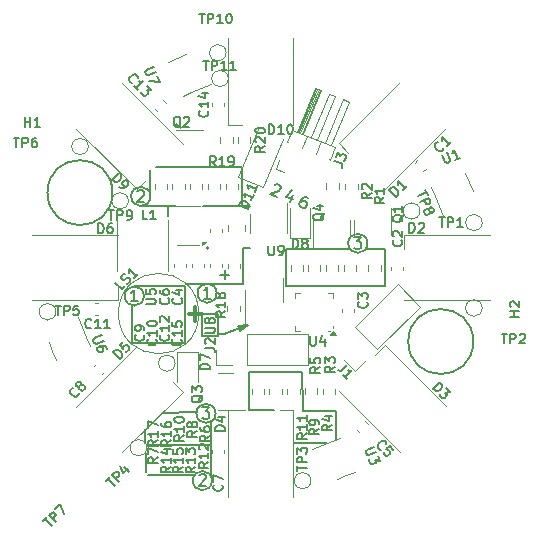
<source format=gbr>
%TF.GenerationSoftware,KiCad,Pcbnew,8.0.2*%
%TF.CreationDate,2024-09-09T19:27:49+02:00*%
%TF.ProjectId,AGS_Klingel_V2-1,4147535f-4b6c-4696-9e67-656c5f56322d,rev?*%
%TF.SameCoordinates,Original*%
%TF.FileFunction,Legend,Top*%
%TF.FilePolarity,Positive*%
%FSLAX46Y46*%
G04 Gerber Fmt 4.6, Leading zero omitted, Abs format (unit mm)*
G04 Created by KiCad (PCBNEW 8.0.2) date 2024-09-09 19:27:49*
%MOMM*%
%LPD*%
G01*
G04 APERTURE LIST*
%ADD10C,0.150000*%
%ADD11C,0.200000*%
%ADD12C,0.300000*%
%ADD13C,0.120000*%
G04 APERTURE END LIST*
D10*
X-5010000Y-5810000D02*
X-3750000Y-5810000D01*
X-3610000Y-3980000D02*
X-4990000Y-3970000D01*
X-1599936Y5199792D02*
X-1599936Y8499660D01*
X-1000000Y-8850000D02*
X-975000Y-12100000D01*
X-1940000Y-4930000D02*
X-1789511Y-5343465D01*
X-6410000Y-1607524D02*
X-10720000Y-1604813D01*
X-5450000Y-12275000D02*
X-8350000Y-12300000D01*
D11*
X17990000Y-6270000D02*
G75*
G02*
X12490000Y-6270000I-2750000J0D01*
G01*
X12490000Y-6270000D02*
G75*
G02*
X17990000Y-6270000I2750000J0D01*
G01*
D10*
X-6410000Y-6400000D02*
X-6410000Y-1580000D01*
X-9749610Y-15749370D02*
X-9749610Y-17349306D01*
D11*
X-12560000Y6340000D02*
G75*
G02*
X-18060000Y6340000I-2750000J0D01*
G01*
X-18060000Y6340000D02*
G75*
G02*
X-12560000Y6340000I2750000J0D01*
G01*
D10*
X-1480000Y-1390000D02*
X-1480000Y1650000D01*
X5600000Y-14875000D02*
X2800000Y-14875000D01*
X2100000Y1525000D02*
X2100000Y-1575000D01*
X-4990000Y-3970000D02*
X-4990000Y-5800000D01*
X-7830000Y5200000D02*
X-7830000Y4370000D01*
X10500000Y1525000D02*
X8875000Y1525000D01*
X-4199832Y-14999400D02*
X-4200000Y-13050000D01*
X-9349239Y6019526D02*
G75*
G02*
X-10974663Y6019526I-812712J0D01*
G01*
X-10974663Y6019526D02*
G75*
G02*
X-9349239Y6019526I812712J0D01*
G01*
X3550000Y-12125000D02*
X6375000Y-12125000D01*
X-9889988Y-2417524D02*
G75*
G02*
X-11515412Y-2417524I-812712J0D01*
G01*
X-11515412Y-2417524D02*
G75*
G02*
X-9889988Y-2417524I812712J0D01*
G01*
X-950000Y5190000D02*
X-4920000Y5190000D01*
X-1070000Y-4850000D02*
X-3070000Y-5590000D01*
X-3610000Y-5810000D02*
X-3610000Y-3980000D01*
X-7200000Y5200000D02*
X-7830000Y5200000D01*
X-3620000Y-5600000D02*
X-3070000Y-5590000D01*
X3525000Y-8850000D02*
X3550000Y-11925000D01*
X-1000000Y-8850000D02*
X3525000Y-8850000D01*
X-1053200Y-4851992D02*
X-1940000Y-4930000D01*
X-1789511Y-5343465D02*
X-1053200Y-4851992D01*
X-3727288Y-2177289D02*
G75*
G02*
X-5352712Y-2177289I-812712J0D01*
G01*
X-5352712Y-2177289D02*
G75*
G02*
X-3727288Y-2177289I812712J0D01*
G01*
X-1480000Y1650000D02*
X-900000Y1650000D01*
X-9549618Y-17599296D02*
X-5649774Y-17599296D01*
X-6099756Y8499660D02*
X-8899644Y8499660D01*
X-9349626Y6199752D02*
X-9349626Y8249670D01*
X9025423Y2050000D02*
G75*
G02*
X7399999Y2050000I-812712J0D01*
G01*
X7399999Y2050000D02*
G75*
G02*
X9025423Y2050000I812712J0D01*
G01*
X-10940000Y-3200000D02*
X-10930000Y-6390000D01*
X-6370000Y-1360000D02*
X-1480000Y-1390000D01*
X-3750000Y-5810000D02*
X-3610000Y-5810000D01*
X7625000Y1525000D02*
X2100000Y1525000D01*
X-1464972Y-4948655D02*
X-1783569Y-5213601D01*
X3550000Y-11900000D02*
X3550000Y-12125000D01*
X-1868211Y-5010289D02*
X-1464972Y-4948655D01*
D11*
X-4388021Y1649934D02*
G75*
G02*
X-4611619Y1649934I-111799J0D01*
G01*
X-4611619Y1649934D02*
G75*
G02*
X-4388021Y1649934I111799J0D01*
G01*
D10*
X-4199832Y-17599296D02*
X-4199832Y-14999400D01*
X-10940000Y-6390000D02*
X-6410000Y-6400000D01*
X-975000Y-12100000D02*
X1100000Y-12096201D01*
X-4124347Y-18049278D02*
G75*
G02*
X-5749771Y-18049278I-812712J0D01*
G01*
X-5749771Y-18049278D02*
G75*
G02*
X-4124347Y-18049278I812712J0D01*
G01*
X10500000Y-1600000D02*
X10500000Y1525000D01*
X-9775000Y-14825000D02*
X-9775000Y-13700000D01*
X-3824999Y-12350000D02*
G75*
G02*
X-5450423Y-12350000I-812712J0D01*
G01*
X-5450423Y-12350000D02*
G75*
G02*
X-3824999Y-12350000I812712J0D01*
G01*
X2100000Y-1575000D02*
X10500000Y-1600000D01*
X6375000Y-12125000D02*
X6382565Y-14565674D01*
X-1599936Y8499660D02*
X-6299748Y8499660D01*
X-7830000Y5200000D02*
X-10199592Y5200000D01*
X-9649614Y-14999400D02*
X-4199832Y-14999400D01*
D12*
X-6098761Y-3952550D02*
X-4955904Y-3952550D01*
X-5527332Y-4523978D02*
X-5527332Y-3381121D01*
D10*
X-5212772Y-17599335D02*
X-5165153Y-17551716D01*
X-5165153Y-17551716D02*
X-5069915Y-17504097D01*
X-5069915Y-17504097D02*
X-4831820Y-17504097D01*
X-4831820Y-17504097D02*
X-4736582Y-17551716D01*
X-4736582Y-17551716D02*
X-4688963Y-17599335D01*
X-4688963Y-17599335D02*
X-4641344Y-17694573D01*
X-4641344Y-17694573D02*
X-4641344Y-17789811D01*
X-4641344Y-17789811D02*
X-4688963Y-17932668D01*
X-4688963Y-17932668D02*
X-5260391Y-18504097D01*
X-5260391Y-18504097D02*
X-4641344Y-18504097D01*
X-10406985Y-2872343D02*
X-10978413Y-2872343D01*
X-10692699Y-2872343D02*
X-10692699Y-1872343D01*
X-10692699Y-1872343D02*
X-10787937Y-2015200D01*
X-10787937Y-2015200D02*
X-10883175Y-2110438D01*
X-10883175Y-2110438D02*
X-10978413Y-2158057D01*
X-10437664Y6469468D02*
X-10390045Y6517087D01*
X-10390045Y6517087D02*
X-10294807Y6564706D01*
X-10294807Y6564706D02*
X-10056712Y6564706D01*
X-10056712Y6564706D02*
X-9961474Y6517087D01*
X-9961474Y6517087D02*
X-9913855Y6469468D01*
X-9913855Y6469468D02*
X-9866236Y6374230D01*
X-9866236Y6374230D02*
X-9866236Y6278992D01*
X-9866236Y6278992D02*
X-9913855Y6136135D01*
X-9913855Y6136135D02*
X-10485283Y5564706D01*
X-10485283Y5564706D02*
X-9866236Y5564706D01*
D11*
X4025604Y5913191D02*
X3849627Y5986083D01*
X3849627Y5986083D02*
X3743415Y5978535D01*
X3743415Y5978535D02*
X3681198Y5952763D01*
X3681198Y5952763D02*
X3538540Y5857227D01*
X3538540Y5857227D02*
X3421654Y5699473D01*
X3421654Y5699473D02*
X3275870Y5347519D01*
X3275870Y5347519D02*
X3283418Y5241307D01*
X3283418Y5241307D02*
X3309189Y5179090D01*
X3309189Y5179090D02*
X3378955Y5098649D01*
X3378955Y5098649D02*
X3554932Y5025757D01*
X3554932Y5025757D02*
X3661143Y5033306D01*
X3661143Y5033306D02*
X3723361Y5059077D01*
X3723361Y5059077D02*
X3803801Y5128842D01*
X3803801Y5128842D02*
X3894916Y5348814D01*
X3894916Y5348814D02*
X3887368Y5455025D01*
X3887368Y5455025D02*
X3861597Y5517242D01*
X3861597Y5517242D02*
X3791831Y5597683D01*
X3791831Y5597683D02*
X3615854Y5670575D01*
X3615854Y5670575D02*
X3509642Y5663027D01*
X3509642Y5663027D02*
X3447425Y5637255D01*
X3447425Y5637255D02*
X3366985Y5567490D01*
D10*
X7889378Y2595180D02*
X8508425Y2595180D01*
X8508425Y2595180D02*
X8175092Y2214228D01*
X8175092Y2214228D02*
X8317949Y2214228D01*
X8317949Y2214228D02*
X8413187Y2166609D01*
X8413187Y2166609D02*
X8460806Y2118990D01*
X8460806Y2118990D02*
X8508425Y2023752D01*
X8508425Y2023752D02*
X8508425Y1785657D01*
X8508425Y1785657D02*
X8460806Y1690419D01*
X8460806Y1690419D02*
X8413187Y1642800D01*
X8413187Y1642800D02*
X8317949Y1595180D01*
X8317949Y1595180D02*
X8032235Y1595180D01*
X8032235Y1595180D02*
X7936997Y1642800D01*
X7936997Y1642800D02*
X7889378Y1690419D01*
D11*
X1199215Y7017433D02*
X1261432Y7043204D01*
X1261432Y7043204D02*
X1367644Y7050752D01*
X1367644Y7050752D02*
X1587615Y6959637D01*
X1587615Y6959637D02*
X1657381Y6879197D01*
X1657381Y6879197D02*
X1683152Y6816979D01*
X1683152Y6816979D02*
X1690700Y6710768D01*
X1690700Y6710768D02*
X1654254Y6622779D01*
X1654254Y6622779D02*
X1555591Y6509019D01*
X1555591Y6509019D02*
X808983Y6199765D01*
X808983Y6199765D02*
X1380909Y5962865D01*
D10*
X-4961043Y-11804819D02*
X-4341996Y-11804819D01*
X-4341996Y-11804819D02*
X-4675329Y-12185771D01*
X-4675329Y-12185771D02*
X-4532472Y-12185771D01*
X-4532472Y-12185771D02*
X-4437234Y-12233390D01*
X-4437234Y-12233390D02*
X-4389615Y-12281009D01*
X-4389615Y-12281009D02*
X-4341996Y-12376247D01*
X-4341996Y-12376247D02*
X-4341996Y-12614342D01*
X-4341996Y-12614342D02*
X-4389615Y-12709580D01*
X-4389615Y-12709580D02*
X-4437234Y-12757200D01*
X-4437234Y-12757200D02*
X-4532472Y-12804819D01*
X-4532472Y-12804819D02*
X-4818186Y-12804819D01*
X-4818186Y-12804819D02*
X-4913424Y-12757200D01*
X-4913424Y-12757200D02*
X-4961043Y-12709580D01*
X-4244285Y-2632108D02*
X-4815713Y-2632108D01*
X-4529999Y-2632108D02*
X-4529999Y-1632108D01*
X-4529999Y-1632108D02*
X-4625237Y-1774965D01*
X-4625237Y-1774965D02*
X-4720475Y-1870203D01*
X-4720475Y-1870203D02*
X-4815713Y-1917822D01*
D11*
X2698043Y6125231D02*
X2442920Y5509311D01*
X2623855Y6568300D02*
X2130539Y5999501D01*
X2130539Y5999501D02*
X2702464Y5762602D01*
D10*
X-9064770Y16968819D02*
X-9678051Y16714790D01*
X-9678051Y16714790D02*
X-9735258Y16648829D01*
X-9735258Y16648829D02*
X-9756391Y16597811D01*
X-9756391Y16597811D02*
X-9762580Y16510718D01*
X-9762580Y16510718D02*
X-9702809Y16366416D01*
X-9702809Y16366416D02*
X-9636848Y16309209D01*
X-9636848Y16309209D02*
X-9585829Y16288076D01*
X-9585829Y16288076D02*
X-9498736Y16281887D01*
X-9498736Y16281887D02*
X-8885456Y16535916D01*
X-8765913Y16247313D02*
X-8556713Y15742259D01*
X-8556713Y15742259D02*
X-9448780Y15753136D01*
X-2988451Y-3697142D02*
X-3378927Y-3970475D01*
X-2988451Y-4165713D02*
X-3808451Y-4165713D01*
X-3808451Y-4165713D02*
X-3808451Y-3853332D01*
X-3808451Y-3853332D02*
X-3769403Y-3775237D01*
X-3769403Y-3775237D02*
X-3730356Y-3736190D01*
X-3730356Y-3736190D02*
X-3652260Y-3697142D01*
X-3652260Y-3697142D02*
X-3535118Y-3697142D01*
X-3535118Y-3697142D02*
X-3457022Y-3736190D01*
X-3457022Y-3736190D02*
X-3417975Y-3775237D01*
X-3417975Y-3775237D02*
X-3378927Y-3853332D01*
X-3378927Y-3853332D02*
X-3378927Y-4165713D01*
X-2988451Y-2916190D02*
X-2988451Y-3384761D01*
X-2988451Y-3150475D02*
X-3808451Y-3150475D01*
X-3808451Y-3150475D02*
X-3691308Y-3228571D01*
X-3691308Y-3228571D02*
X-3613213Y-3306666D01*
X-3613213Y-3306666D02*
X-3574165Y-3384761D01*
X-3457022Y-2447619D02*
X-3496070Y-2525714D01*
X-3496070Y-2525714D02*
X-3535118Y-2564761D01*
X-3535118Y-2564761D02*
X-3613213Y-2603809D01*
X-3613213Y-2603809D02*
X-3652260Y-2603809D01*
X-3652260Y-2603809D02*
X-3730356Y-2564761D01*
X-3730356Y-2564761D02*
X-3769403Y-2525714D01*
X-3769403Y-2525714D02*
X-3808451Y-2447619D01*
X-3808451Y-2447619D02*
X-3808451Y-2291428D01*
X-3808451Y-2291428D02*
X-3769403Y-2213333D01*
X-3769403Y-2213333D02*
X-3730356Y-2174285D01*
X-3730356Y-2174285D02*
X-3652260Y-2135238D01*
X-3652260Y-2135238D02*
X-3613213Y-2135238D01*
X-3613213Y-2135238D02*
X-3535118Y-2174285D01*
X-3535118Y-2174285D02*
X-3496070Y-2213333D01*
X-3496070Y-2213333D02*
X-3457022Y-2291428D01*
X-3457022Y-2291428D02*
X-3457022Y-2447619D01*
X-3457022Y-2447619D02*
X-3417975Y-2525714D01*
X-3417975Y-2525714D02*
X-3378927Y-2564761D01*
X-3378927Y-2564761D02*
X-3300832Y-2603809D01*
X-3300832Y-2603809D02*
X-3144641Y-2603809D01*
X-3144641Y-2603809D02*
X-3066546Y-2564761D01*
X-3066546Y-2564761D02*
X-3027499Y-2525714D01*
X-3027499Y-2525714D02*
X-2988451Y-2447619D01*
X-2988451Y-2447619D02*
X-2988451Y-2291428D01*
X-2988451Y-2291428D02*
X-3027499Y-2213333D01*
X-3027499Y-2213333D02*
X-3066546Y-2174285D01*
X-3066546Y-2174285D02*
X-3144641Y-2135238D01*
X-3144641Y-2135238D02*
X-3300832Y-2135238D01*
X-3300832Y-2135238D02*
X-3378927Y-2174285D01*
X-3378927Y-2174285D02*
X-3417975Y-2213333D01*
X-3417975Y-2213333D02*
X-3457022Y-2291428D01*
X4195238Y-5796548D02*
X4195238Y-6460358D01*
X4195238Y-6460358D02*
X4234285Y-6538453D01*
X4234285Y-6538453D02*
X4273333Y-6577501D01*
X4273333Y-6577501D02*
X4351428Y-6616548D01*
X4351428Y-6616548D02*
X4507619Y-6616548D01*
X4507619Y-6616548D02*
X4585714Y-6577501D01*
X4585714Y-6577501D02*
X4624761Y-6538453D01*
X4624761Y-6538453D02*
X4663809Y-6460358D01*
X4663809Y-6460358D02*
X4663809Y-5796548D01*
X5405714Y-6069881D02*
X5405714Y-6616548D01*
X5210476Y-5757501D02*
X5015238Y-6343215D01*
X5015238Y-6343215D02*
X5522857Y-6343215D01*
X2714762Y1598451D02*
X2714762Y2418451D01*
X2714762Y2418451D02*
X2910000Y2418451D01*
X2910000Y2418451D02*
X3027143Y2379403D01*
X3027143Y2379403D02*
X3105238Y2301308D01*
X3105238Y2301308D02*
X3144285Y2223213D01*
X3144285Y2223213D02*
X3183333Y2067022D01*
X3183333Y2067022D02*
X3183333Y1949879D01*
X3183333Y1949879D02*
X3144285Y1793689D01*
X3144285Y1793689D02*
X3105238Y1715594D01*
X3105238Y1715594D02*
X3027143Y1637499D01*
X3027143Y1637499D02*
X2910000Y1598451D01*
X2910000Y1598451D02*
X2714762Y1598451D01*
X3651904Y2067022D02*
X3573809Y2106070D01*
X3573809Y2106070D02*
X3534762Y2145118D01*
X3534762Y2145118D02*
X3495714Y2223213D01*
X3495714Y2223213D02*
X3495714Y2262260D01*
X3495714Y2262260D02*
X3534762Y2340356D01*
X3534762Y2340356D02*
X3573809Y2379403D01*
X3573809Y2379403D02*
X3651904Y2418451D01*
X3651904Y2418451D02*
X3808095Y2418451D01*
X3808095Y2418451D02*
X3886190Y2379403D01*
X3886190Y2379403D02*
X3925238Y2340356D01*
X3925238Y2340356D02*
X3964285Y2262260D01*
X3964285Y2262260D02*
X3964285Y2223213D01*
X3964285Y2223213D02*
X3925238Y2145118D01*
X3925238Y2145118D02*
X3886190Y2106070D01*
X3886190Y2106070D02*
X3808095Y2067022D01*
X3808095Y2067022D02*
X3651904Y2067022D01*
X3651904Y2067022D02*
X3573809Y2027975D01*
X3573809Y2027975D02*
X3534762Y1988927D01*
X3534762Y1988927D02*
X3495714Y1910832D01*
X3495714Y1910832D02*
X3495714Y1754641D01*
X3495714Y1754641D02*
X3534762Y1676546D01*
X3534762Y1676546D02*
X3573809Y1637499D01*
X3573809Y1637499D02*
X3651904Y1598451D01*
X3651904Y1598451D02*
X3808095Y1598451D01*
X3808095Y1598451D02*
X3886190Y1637499D01*
X3886190Y1637499D02*
X3925238Y1676546D01*
X3925238Y1676546D02*
X3964285Y1754641D01*
X3964285Y1754641D02*
X3964285Y1910832D01*
X3964285Y1910832D02*
X3925238Y1988927D01*
X3925238Y1988927D02*
X3886190Y2027975D01*
X3886190Y2027975D02*
X3808095Y2067022D01*
X10175859Y-15420865D02*
X10120637Y-15420865D01*
X10120637Y-15420865D02*
X10010194Y-15365643D01*
X10010194Y-15365643D02*
X9954972Y-15310421D01*
X9954972Y-15310421D02*
X9899750Y-15199978D01*
X9899750Y-15199978D02*
X9899750Y-15089535D01*
X9899750Y-15089535D02*
X9927361Y-15006702D01*
X9927361Y-15006702D02*
X10010194Y-14868648D01*
X10010194Y-14868648D02*
X10093026Y-14785815D01*
X10093026Y-14785815D02*
X10231081Y-14702983D01*
X10231081Y-14702983D02*
X10313913Y-14675372D01*
X10313913Y-14675372D02*
X10424356Y-14675372D01*
X10424356Y-14675372D02*
X10534800Y-14730594D01*
X10534800Y-14730594D02*
X10590021Y-14785815D01*
X10590021Y-14785815D02*
X10645243Y-14896259D01*
X10645243Y-14896259D02*
X10645243Y-14951480D01*
X11225071Y-15420865D02*
X10948962Y-15144756D01*
X10948962Y-15144756D02*
X10645243Y-15393254D01*
X10645243Y-15393254D02*
X10700465Y-15393254D01*
X10700465Y-15393254D02*
X10783297Y-15420865D01*
X10783297Y-15420865D02*
X10921351Y-15558919D01*
X10921351Y-15558919D02*
X10948962Y-15641751D01*
X10948962Y-15641751D02*
X10948962Y-15696973D01*
X10948962Y-15696973D02*
X10921351Y-15779805D01*
X10921351Y-15779805D02*
X10783297Y-15917860D01*
X10783297Y-15917860D02*
X10700465Y-15945470D01*
X10700465Y-15945470D02*
X10645243Y-15945470D01*
X10645243Y-15945470D02*
X10562411Y-15917860D01*
X10562411Y-15917860D02*
X10424356Y-15779805D01*
X10424356Y-15779805D02*
X10396746Y-15696973D01*
X10396746Y-15696973D02*
X10396746Y-15641751D01*
X6021548Y-13311666D02*
X5631072Y-13584999D01*
X6021548Y-13780237D02*
X5201548Y-13780237D01*
X5201548Y-13780237D02*
X5201548Y-13467856D01*
X5201548Y-13467856D02*
X5240596Y-13389761D01*
X5240596Y-13389761D02*
X5279643Y-13350714D01*
X5279643Y-13350714D02*
X5357739Y-13311666D01*
X5357739Y-13311666D02*
X5474881Y-13311666D01*
X5474881Y-13311666D02*
X5552977Y-13350714D01*
X5552977Y-13350714D02*
X5592024Y-13389761D01*
X5592024Y-13389761D02*
X5631072Y-13467856D01*
X5631072Y-13467856D02*
X5631072Y-13780237D01*
X5474881Y-12608809D02*
X6021548Y-12608809D01*
X5162501Y-12804047D02*
X5748215Y-12999285D01*
X5748215Y-12999285D02*
X5748215Y-12491666D01*
X-13088790Y-18074584D02*
X-12757460Y-17743254D01*
X-12343297Y-18488746D02*
X-12923125Y-17908919D01*
X-11984356Y-18129805D02*
X-12564184Y-17549978D01*
X-12564184Y-17549978D02*
X-12343297Y-17329091D01*
X-12343297Y-17329091D02*
X-12260464Y-17301480D01*
X-12260464Y-17301480D02*
X-12205243Y-17301480D01*
X-12205243Y-17301480D02*
X-12122410Y-17329091D01*
X-12122410Y-17329091D02*
X-12039578Y-17411923D01*
X-12039578Y-17411923D02*
X-12011967Y-17494756D01*
X-12011967Y-17494756D02*
X-12011967Y-17549978D01*
X-12011967Y-17549978D02*
X-12039578Y-17632810D01*
X-12039578Y-17632810D02*
X-12260464Y-17853697D01*
X-11542583Y-16914928D02*
X-11156031Y-17301480D01*
X-11901524Y-16832096D02*
X-11625415Y-17384313D01*
X-11625415Y-17384313D02*
X-11266474Y-17025372D01*
X-7826504Y-5687142D02*
X-7787457Y-5726190D01*
X-7787457Y-5726190D02*
X-7748409Y-5843332D01*
X-7748409Y-5843332D02*
X-7748409Y-5921428D01*
X-7748409Y-5921428D02*
X-7787457Y-6038571D01*
X-7787457Y-6038571D02*
X-7865552Y-6116666D01*
X-7865552Y-6116666D02*
X-7943647Y-6155713D01*
X-7943647Y-6155713D02*
X-8099837Y-6194761D01*
X-8099837Y-6194761D02*
X-8216980Y-6194761D01*
X-8216980Y-6194761D02*
X-8373171Y-6155713D01*
X-8373171Y-6155713D02*
X-8451266Y-6116666D01*
X-8451266Y-6116666D02*
X-8529361Y-6038571D01*
X-8529361Y-6038571D02*
X-8568409Y-5921428D01*
X-8568409Y-5921428D02*
X-8568409Y-5843332D01*
X-8568409Y-5843332D02*
X-8529361Y-5726190D01*
X-8529361Y-5726190D02*
X-8490314Y-5687142D01*
X-7748409Y-4906190D02*
X-7748409Y-5374761D01*
X-7748409Y-5140475D02*
X-8568409Y-5140475D01*
X-8568409Y-5140475D02*
X-8451266Y-5218571D01*
X-8451266Y-5218571D02*
X-8373171Y-5296666D01*
X-8373171Y-5296666D02*
X-8334123Y-5374761D01*
X-8490314Y-4593809D02*
X-8529361Y-4554761D01*
X-8529361Y-4554761D02*
X-8568409Y-4476666D01*
X-8568409Y-4476666D02*
X-8568409Y-4281428D01*
X-8568409Y-4281428D02*
X-8529361Y-4203333D01*
X-8529361Y-4203333D02*
X-8490314Y-4164285D01*
X-8490314Y-4164285D02*
X-8412218Y-4125238D01*
X-8412218Y-4125238D02*
X-8334123Y-4125238D01*
X-8334123Y-4125238D02*
X-8216980Y-4164285D01*
X-8216980Y-4164285D02*
X-7748409Y-4632857D01*
X-7748409Y-4632857D02*
X-7748409Y-4125238D01*
X5021362Y-8436334D02*
X4630886Y-8709667D01*
X5021362Y-8904905D02*
X4201362Y-8904905D01*
X4201362Y-8904905D02*
X4201362Y-8592524D01*
X4201362Y-8592524D02*
X4240410Y-8514429D01*
X4240410Y-8514429D02*
X4279457Y-8475382D01*
X4279457Y-8475382D02*
X4357553Y-8436334D01*
X4357553Y-8436334D02*
X4474695Y-8436334D01*
X4474695Y-8436334D02*
X4552791Y-8475382D01*
X4552791Y-8475382D02*
X4591838Y-8514429D01*
X4591838Y-8514429D02*
X4630886Y-8592524D01*
X4630886Y-8592524D02*
X4630886Y-8904905D01*
X4201362Y-7694429D02*
X4201362Y-8084905D01*
X4201362Y-8084905D02*
X4591838Y-8123953D01*
X4591838Y-8123953D02*
X4552791Y-8084905D01*
X4552791Y-8084905D02*
X4513743Y-8006810D01*
X4513743Y-8006810D02*
X4513743Y-7811572D01*
X4513743Y-7811572D02*
X4552791Y-7733477D01*
X4552791Y-7733477D02*
X4591838Y-7694429D01*
X4591838Y-7694429D02*
X4669934Y-7655382D01*
X4669934Y-7655382D02*
X4865172Y-7655382D01*
X4865172Y-7655382D02*
X4943267Y-7694429D01*
X4943267Y-7694429D02*
X4982315Y-7733477D01*
X4982315Y-7733477D02*
X5021362Y-7811572D01*
X5021362Y-7811572D02*
X5021362Y-8006810D01*
X5021362Y-8006810D02*
X4982315Y-8084905D01*
X4982315Y-8084905D02*
X4943267Y-8123953D01*
X-12580692Y7435243D02*
X-12000864Y8015070D01*
X-12000864Y8015070D02*
X-11862810Y7877016D01*
X-11862810Y7877016D02*
X-11807588Y7766573D01*
X-11807588Y7766573D02*
X-11807588Y7656129D01*
X-11807588Y7656129D02*
X-11835199Y7573297D01*
X-11835199Y7573297D02*
X-11918032Y7435243D01*
X-11918032Y7435243D02*
X-12000864Y7352410D01*
X-12000864Y7352410D02*
X-12138918Y7269578D01*
X-12138918Y7269578D02*
X-12221751Y7241967D01*
X-12221751Y7241967D02*
X-12332194Y7241967D01*
X-12332194Y7241967D02*
X-12442638Y7297189D01*
X-12442638Y7297189D02*
X-12580692Y7435243D01*
X-11973253Y6827804D02*
X-11862810Y6717361D01*
X-11862810Y6717361D02*
X-11779978Y6689750D01*
X-11779978Y6689750D02*
X-11724756Y6689750D01*
X-11724756Y6689750D02*
X-11586702Y6717361D01*
X-11586702Y6717361D02*
X-11448648Y6800194D01*
X-11448648Y6800194D02*
X-11227761Y7021080D01*
X-11227761Y7021080D02*
X-11200150Y7103913D01*
X-11200150Y7103913D02*
X-11200150Y7159134D01*
X-11200150Y7159134D02*
X-11227761Y7241967D01*
X-11227761Y7241967D02*
X-11338204Y7352410D01*
X-11338204Y7352410D02*
X-11421037Y7380021D01*
X-11421037Y7380021D02*
X-11476258Y7380021D01*
X-11476258Y7380021D02*
X-11559091Y7352410D01*
X-11559091Y7352410D02*
X-11697145Y7214356D01*
X-11697145Y7214356D02*
X-11724756Y7131524D01*
X-11724756Y7131524D02*
X-11724756Y7076302D01*
X-11724756Y7076302D02*
X-11697145Y6993469D01*
X-11697145Y6993469D02*
X-11586702Y6883026D01*
X-11586702Y6883026D02*
X-11503869Y6855415D01*
X-11503869Y6855415D02*
X-11448648Y6855415D01*
X-11448648Y6855415D02*
X-11365815Y6883026D01*
X-8703451Y-14627142D02*
X-9093927Y-14900475D01*
X-8703451Y-15095713D02*
X-9523451Y-15095713D01*
X-9523451Y-15095713D02*
X-9523451Y-14783332D01*
X-9523451Y-14783332D02*
X-9484403Y-14705237D01*
X-9484403Y-14705237D02*
X-9445356Y-14666190D01*
X-9445356Y-14666190D02*
X-9367260Y-14627142D01*
X-9367260Y-14627142D02*
X-9250118Y-14627142D01*
X-9250118Y-14627142D02*
X-9172022Y-14666190D01*
X-9172022Y-14666190D02*
X-9132975Y-14705237D01*
X-9132975Y-14705237D02*
X-9093927Y-14783332D01*
X-9093927Y-14783332D02*
X-9093927Y-15095713D01*
X-8703451Y-13846190D02*
X-8703451Y-14314761D01*
X-8703451Y-14080475D02*
X-9523451Y-14080475D01*
X-9523451Y-14080475D02*
X-9406308Y-14158571D01*
X-9406308Y-14158571D02*
X-9328213Y-14236666D01*
X-9328213Y-14236666D02*
X-9289165Y-14314761D01*
X-9523451Y-13572857D02*
X-9523451Y-13026190D01*
X-9523451Y-13026190D02*
X-8703451Y-13377619D01*
X-3286546Y-18396666D02*
X-3247499Y-18435714D01*
X-3247499Y-18435714D02*
X-3208451Y-18552856D01*
X-3208451Y-18552856D02*
X-3208451Y-18630952D01*
X-3208451Y-18630952D02*
X-3247499Y-18748095D01*
X-3247499Y-18748095D02*
X-3325594Y-18826190D01*
X-3325594Y-18826190D02*
X-3403689Y-18865237D01*
X-3403689Y-18865237D02*
X-3559879Y-18904285D01*
X-3559879Y-18904285D02*
X-3677022Y-18904285D01*
X-3677022Y-18904285D02*
X-3833213Y-18865237D01*
X-3833213Y-18865237D02*
X-3911308Y-18826190D01*
X-3911308Y-18826190D02*
X-3989403Y-18748095D01*
X-3989403Y-18748095D02*
X-4028451Y-18630952D01*
X-4028451Y-18630952D02*
X-4028451Y-18552856D01*
X-4028451Y-18552856D02*
X-3989403Y-18435714D01*
X-3989403Y-18435714D02*
X-3950356Y-18396666D01*
X-4028451Y-18123333D02*
X-4028451Y-17576666D01*
X-4028451Y-17576666D02*
X-3208451Y-17928095D01*
X-11925243Y-7730692D02*
X-12505070Y-7150864D01*
X-12505070Y-7150864D02*
X-12367016Y-7012810D01*
X-12367016Y-7012810D02*
X-12256573Y-6957588D01*
X-12256573Y-6957588D02*
X-12146129Y-6957588D01*
X-12146129Y-6957588D02*
X-12063297Y-6985199D01*
X-12063297Y-6985199D02*
X-11925243Y-7068032D01*
X-11925243Y-7068032D02*
X-11842410Y-7150864D01*
X-11842410Y-7150864D02*
X-11759578Y-7288918D01*
X-11759578Y-7288918D02*
X-11731967Y-7371751D01*
X-11731967Y-7371751D02*
X-11731967Y-7482194D01*
X-11731967Y-7482194D02*
X-11787189Y-7592638D01*
X-11787189Y-7592638D02*
X-11925243Y-7730692D01*
X-11649134Y-6294928D02*
X-11925243Y-6571037D01*
X-11925243Y-6571037D02*
X-11676745Y-6874756D01*
X-11676745Y-6874756D02*
X-11676745Y-6819534D01*
X-11676745Y-6819534D02*
X-11649134Y-6736702D01*
X-11649134Y-6736702D02*
X-11511080Y-6598648D01*
X-11511080Y-6598648D02*
X-11428248Y-6571037D01*
X-11428248Y-6571037D02*
X-11373026Y-6571037D01*
X-11373026Y-6571037D02*
X-11290194Y-6598648D01*
X-11290194Y-6598648D02*
X-11152139Y-6736702D01*
X-11152139Y-6736702D02*
X-11124529Y-6819534D01*
X-11124529Y-6819534D02*
X-11124529Y-6874756D01*
X-11124529Y-6874756D02*
X-11152139Y-6957588D01*
X-11152139Y-6957588D02*
X-11290194Y-7095643D01*
X-11290194Y-7095643D02*
X-11373026Y-7123253D01*
X-11373026Y-7123253D02*
X-11428248Y-7123253D01*
X-20914761Y10998451D02*
X-20446190Y10998451D01*
X-20680476Y10178451D02*
X-20680476Y10998451D01*
X-20172856Y10178451D02*
X-20172856Y10998451D01*
X-20172856Y10998451D02*
X-19860475Y10998451D01*
X-19860475Y10998451D02*
X-19782380Y10959403D01*
X-19782380Y10959403D02*
X-19743333Y10920356D01*
X-19743333Y10920356D02*
X-19704285Y10842260D01*
X-19704285Y10842260D02*
X-19704285Y10725118D01*
X-19704285Y10725118D02*
X-19743333Y10647022D01*
X-19743333Y10647022D02*
X-19782380Y10607975D01*
X-19782380Y10607975D02*
X-19860475Y10568927D01*
X-19860475Y10568927D02*
X-20172856Y10568927D01*
X-19001428Y10998451D02*
X-19157618Y10998451D01*
X-19157618Y10998451D02*
X-19235714Y10959403D01*
X-19235714Y10959403D02*
X-19274761Y10920356D01*
X-19274761Y10920356D02*
X-19352856Y10803213D01*
X-19352856Y10803213D02*
X-19391904Y10647022D01*
X-19391904Y10647022D02*
X-19391904Y10334641D01*
X-19391904Y10334641D02*
X-19352856Y10256546D01*
X-19352856Y10256546D02*
X-19313809Y10217499D01*
X-19313809Y10217499D02*
X-19235714Y10178451D01*
X-19235714Y10178451D02*
X-19079523Y10178451D01*
X-19079523Y10178451D02*
X-19001428Y10217499D01*
X-19001428Y10217499D02*
X-18962380Y10256546D01*
X-18962380Y10256546D02*
X-18923333Y10334641D01*
X-18923333Y10334641D02*
X-18923333Y10529879D01*
X-18923333Y10529879D02*
X-18962380Y10607975D01*
X-18962380Y10607975D02*
X-19001428Y10647022D01*
X-19001428Y10647022D02*
X-19079523Y10686070D01*
X-19079523Y10686070D02*
X-19235714Y10686070D01*
X-19235714Y10686070D02*
X-19313809Y10647022D01*
X-19313809Y10647022D02*
X-19352856Y10607975D01*
X-19352856Y10607975D02*
X-19391904Y10529879D01*
X13948328Y6567610D02*
X14127643Y6134706D01*
X13280404Y6037357D02*
X14037986Y6351158D01*
X13474662Y5568378D02*
X14232243Y5882179D01*
X14232243Y5882179D02*
X14351786Y5593577D01*
X14351786Y5593577D02*
X14345597Y5506483D01*
X14345597Y5506483D02*
X14324464Y5455465D01*
X14324464Y5455465D02*
X14267256Y5389504D01*
X14267256Y5389504D02*
X14159031Y5344675D01*
X14159031Y5344675D02*
X14071937Y5350865D01*
X14071937Y5350865D02*
X14020919Y5371997D01*
X14020919Y5371997D02*
X13954958Y5429205D01*
X13954958Y5429205D02*
X13835415Y5717807D01*
X14266194Y4881886D02*
X14272384Y4968979D01*
X14272384Y4968979D02*
X14293516Y5019998D01*
X14293516Y5019998D02*
X14350724Y5085959D01*
X14350724Y5085959D02*
X14386799Y5100901D01*
X14386799Y5100901D02*
X14473893Y5094712D01*
X14473893Y5094712D02*
X14524911Y5073580D01*
X14524911Y5073580D02*
X14590872Y5016372D01*
X14590872Y5016372D02*
X14650644Y4872071D01*
X14650644Y4872071D02*
X14644454Y4784977D01*
X14644454Y4784977D02*
X14623322Y4733959D01*
X14623322Y4733959D02*
X14566114Y4667998D01*
X14566114Y4667998D02*
X14530039Y4653055D01*
X14530039Y4653055D02*
X14442945Y4659245D01*
X14442945Y4659245D02*
X14391927Y4680377D01*
X14391927Y4680377D02*
X14325966Y4737585D01*
X14325966Y4737585D02*
X14266194Y4881886D01*
X14266194Y4881886D02*
X14200233Y4939094D01*
X14200233Y4939094D02*
X14149215Y4960226D01*
X14149215Y4960226D02*
X14062122Y4966416D01*
X14062122Y4966416D02*
X13917821Y4906644D01*
X13917821Y4906644D02*
X13860613Y4840683D01*
X13860613Y4840683D02*
X13839480Y4789665D01*
X13839480Y4789665D02*
X13833291Y4702571D01*
X13833291Y4702571D02*
X13893062Y4558270D01*
X13893062Y4558270D02*
X13959023Y4501062D01*
X13959023Y4501062D02*
X14010042Y4479930D01*
X14010042Y4479930D02*
X14097135Y4473741D01*
X14097135Y4473741D02*
X14241436Y4533512D01*
X14241436Y4533512D02*
X14298644Y4599473D01*
X14298644Y4599473D02*
X14319776Y4650491D01*
X14319776Y4650491D02*
X14325966Y4737585D01*
X15371181Y9565229D02*
X15625210Y8951948D01*
X15625210Y8951948D02*
X15691171Y8894741D01*
X15691171Y8894741D02*
X15742189Y8873608D01*
X15742189Y8873608D02*
X15829282Y8867419D01*
X15829282Y8867419D02*
X15973584Y8927190D01*
X15973584Y8927190D02*
X16030791Y8993151D01*
X16030791Y8993151D02*
X16051924Y9044170D01*
X16051924Y9044170D02*
X16058113Y9131263D01*
X16058113Y9131263D02*
X15804084Y9744543D01*
X16875466Y9300762D02*
X16442563Y9121448D01*
X16659015Y9211105D02*
X16345214Y9968686D01*
X16345214Y9968686D02*
X16317892Y9830575D01*
X16317892Y9830575D02*
X16275627Y9728538D01*
X16275627Y9728538D02*
X16218420Y9662577D01*
X-13775237Y2908451D02*
X-13775237Y3728451D01*
X-13775237Y3728451D02*
X-13579999Y3728451D01*
X-13579999Y3728451D02*
X-13462856Y3689403D01*
X-13462856Y3689403D02*
X-13384761Y3611308D01*
X-13384761Y3611308D02*
X-13345714Y3533213D01*
X-13345714Y3533213D02*
X-13306666Y3377022D01*
X-13306666Y3377022D02*
X-13306666Y3259879D01*
X-13306666Y3259879D02*
X-13345714Y3103689D01*
X-13345714Y3103689D02*
X-13384761Y3025594D01*
X-13384761Y3025594D02*
X-13462856Y2947499D01*
X-13462856Y2947499D02*
X-13579999Y2908451D01*
X-13579999Y2908451D02*
X-13775237Y2908451D01*
X-12603809Y3728451D02*
X-12759999Y3728451D01*
X-12759999Y3728451D02*
X-12838095Y3689403D01*
X-12838095Y3689403D02*
X-12877142Y3650356D01*
X-12877142Y3650356D02*
X-12955237Y3533213D01*
X-12955237Y3533213D02*
X-12994285Y3377022D01*
X-12994285Y3377022D02*
X-12994285Y3064641D01*
X-12994285Y3064641D02*
X-12955237Y2986546D01*
X-12955237Y2986546D02*
X-12916190Y2947499D01*
X-12916190Y2947499D02*
X-12838095Y2908451D01*
X-12838095Y2908451D02*
X-12681904Y2908451D01*
X-12681904Y2908451D02*
X-12603809Y2947499D01*
X-12603809Y2947499D02*
X-12564761Y2986546D01*
X-12564761Y2986546D02*
X-12525714Y3064641D01*
X-12525714Y3064641D02*
X-12525714Y3259879D01*
X-12525714Y3259879D02*
X-12564761Y3337975D01*
X-12564761Y3337975D02*
X-12603809Y3377022D01*
X-12603809Y3377022D02*
X-12681904Y3416070D01*
X-12681904Y3416070D02*
X-12838095Y3416070D01*
X-12838095Y3416070D02*
X-12916190Y3377022D01*
X-12916190Y3377022D02*
X-12955237Y3337975D01*
X-12955237Y3337975D02*
X-12994285Y3259879D01*
X655238Y1858451D02*
X655238Y1194641D01*
X655238Y1194641D02*
X694285Y1116546D01*
X694285Y1116546D02*
X733333Y1077499D01*
X733333Y1077499D02*
X811428Y1038451D01*
X811428Y1038451D02*
X967619Y1038451D01*
X967619Y1038451D02*
X1045714Y1077499D01*
X1045714Y1077499D02*
X1084761Y1116546D01*
X1084761Y1116546D02*
X1123809Y1194641D01*
X1123809Y1194641D02*
X1123809Y1858451D01*
X1553333Y1038451D02*
X1709524Y1038451D01*
X1709524Y1038451D02*
X1787619Y1077499D01*
X1787619Y1077499D02*
X1826667Y1116546D01*
X1826667Y1116546D02*
X1904762Y1233689D01*
X1904762Y1233689D02*
X1943809Y1389879D01*
X1943809Y1389879D02*
X1943809Y1702260D01*
X1943809Y1702260D02*
X1904762Y1780356D01*
X1904762Y1780356D02*
X1865714Y1819403D01*
X1865714Y1819403D02*
X1787619Y1858451D01*
X1787619Y1858451D02*
X1631428Y1858451D01*
X1631428Y1858451D02*
X1553333Y1819403D01*
X1553333Y1819403D02*
X1514286Y1780356D01*
X1514286Y1780356D02*
X1475238Y1702260D01*
X1475238Y1702260D02*
X1475238Y1507022D01*
X1475238Y1507022D02*
X1514286Y1428927D01*
X1514286Y1428927D02*
X1553333Y1389879D01*
X1553333Y1389879D02*
X1631428Y1350832D01*
X1631428Y1350832D02*
X1787619Y1350832D01*
X1787619Y1350832D02*
X1865714Y1389879D01*
X1865714Y1389879D02*
X1904762Y1428927D01*
X1904762Y1428927D02*
X1943809Y1507022D01*
X3921632Y-14052128D02*
X3531156Y-14325461D01*
X3921632Y-14520699D02*
X3101632Y-14520699D01*
X3101632Y-14520699D02*
X3101632Y-14208318D01*
X3101632Y-14208318D02*
X3140680Y-14130223D01*
X3140680Y-14130223D02*
X3179727Y-14091176D01*
X3179727Y-14091176D02*
X3257823Y-14052128D01*
X3257823Y-14052128D02*
X3374965Y-14052128D01*
X3374965Y-14052128D02*
X3453061Y-14091176D01*
X3453061Y-14091176D02*
X3492108Y-14130223D01*
X3492108Y-14130223D02*
X3531156Y-14208318D01*
X3531156Y-14208318D02*
X3531156Y-14520699D01*
X3921632Y-13271176D02*
X3921632Y-13739747D01*
X3921632Y-13505461D02*
X3101632Y-13505461D01*
X3101632Y-13505461D02*
X3218775Y-13583557D01*
X3218775Y-13583557D02*
X3296870Y-13661652D01*
X3296870Y-13661652D02*
X3335918Y-13739747D01*
X3921632Y-12490224D02*
X3921632Y-12958795D01*
X3921632Y-12724509D02*
X3101632Y-12724509D01*
X3101632Y-12724509D02*
X3218775Y-12802605D01*
X3218775Y-12802605D02*
X3296870Y-12880700D01*
X3296870Y-12880700D02*
X3335918Y-12958795D01*
X-4328263Y-8604917D02*
X-5148263Y-8604917D01*
X-5148263Y-8604917D02*
X-5148263Y-8409679D01*
X-5148263Y-8409679D02*
X-5109215Y-8292536D01*
X-5109215Y-8292536D02*
X-5031120Y-8214441D01*
X-5031120Y-8214441D02*
X-4953025Y-8175394D01*
X-4953025Y-8175394D02*
X-4796834Y-8136346D01*
X-4796834Y-8136346D02*
X-4679691Y-8136346D01*
X-4679691Y-8136346D02*
X-4523501Y-8175394D01*
X-4523501Y-8175394D02*
X-4445406Y-8214441D01*
X-4445406Y-8214441D02*
X-4367311Y-8292536D01*
X-4367311Y-8292536D02*
X-4328263Y-8409679D01*
X-4328263Y-8409679D02*
X-4328263Y-8604917D01*
X-5148263Y-7863013D02*
X-5148263Y-7316346D01*
X-5148263Y-7316346D02*
X-4328263Y-7667775D01*
X-17394761Y-3221548D02*
X-16926190Y-3221548D01*
X-17160476Y-4041548D02*
X-17160476Y-3221548D01*
X-16652856Y-4041548D02*
X-16652856Y-3221548D01*
X-16652856Y-3221548D02*
X-16340475Y-3221548D01*
X-16340475Y-3221548D02*
X-16262380Y-3260596D01*
X-16262380Y-3260596D02*
X-16223333Y-3299643D01*
X-16223333Y-3299643D02*
X-16184285Y-3377739D01*
X-16184285Y-3377739D02*
X-16184285Y-3494881D01*
X-16184285Y-3494881D02*
X-16223333Y-3572977D01*
X-16223333Y-3572977D02*
X-16262380Y-3612024D01*
X-16262380Y-3612024D02*
X-16340475Y-3651072D01*
X-16340475Y-3651072D02*
X-16652856Y-3651072D01*
X-15442380Y-3221548D02*
X-15832856Y-3221548D01*
X-15832856Y-3221548D02*
X-15871904Y-3612024D01*
X-15871904Y-3612024D02*
X-15832856Y-3572977D01*
X-15832856Y-3572977D02*
X-15754761Y-3533929D01*
X-15754761Y-3533929D02*
X-15559523Y-3533929D01*
X-15559523Y-3533929D02*
X-15481428Y-3572977D01*
X-15481428Y-3572977D02*
X-15442380Y-3612024D01*
X-15442380Y-3612024D02*
X-15403333Y-3690120D01*
X-15403333Y-3690120D02*
X-15403333Y-3885358D01*
X-15403333Y-3885358D02*
X-15442380Y-3963453D01*
X-15442380Y-3963453D02*
X-15481428Y-4002501D01*
X-15481428Y-4002501D02*
X-15559523Y-4041548D01*
X-15559523Y-4041548D02*
X-15754761Y-4041548D01*
X-15754761Y-4041548D02*
X-15832856Y-4002501D01*
X-15832856Y-4002501D02*
X-15871904Y-3963453D01*
X-5388451Y-13856666D02*
X-5778927Y-14129999D01*
X-5388451Y-14325237D02*
X-6208451Y-14325237D01*
X-6208451Y-14325237D02*
X-6208451Y-14012856D01*
X-6208451Y-14012856D02*
X-6169403Y-13934761D01*
X-6169403Y-13934761D02*
X-6130356Y-13895714D01*
X-6130356Y-13895714D02*
X-6052260Y-13856666D01*
X-6052260Y-13856666D02*
X-5935118Y-13856666D01*
X-5935118Y-13856666D02*
X-5857022Y-13895714D01*
X-5857022Y-13895714D02*
X-5817975Y-13934761D01*
X-5817975Y-13934761D02*
X-5778927Y-14012856D01*
X-5778927Y-14012856D02*
X-5778927Y-14325237D01*
X-5857022Y-13388095D02*
X-5896070Y-13466190D01*
X-5896070Y-13466190D02*
X-5935118Y-13505237D01*
X-5935118Y-13505237D02*
X-6013213Y-13544285D01*
X-6013213Y-13544285D02*
X-6052260Y-13544285D01*
X-6052260Y-13544285D02*
X-6130356Y-13505237D01*
X-6130356Y-13505237D02*
X-6169403Y-13466190D01*
X-6169403Y-13466190D02*
X-6208451Y-13388095D01*
X-6208451Y-13388095D02*
X-6208451Y-13231904D01*
X-6208451Y-13231904D02*
X-6169403Y-13153809D01*
X-6169403Y-13153809D02*
X-6130356Y-13114761D01*
X-6130356Y-13114761D02*
X-6052260Y-13075714D01*
X-6052260Y-13075714D02*
X-6013213Y-13075714D01*
X-6013213Y-13075714D02*
X-5935118Y-13114761D01*
X-5935118Y-13114761D02*
X-5896070Y-13153809D01*
X-5896070Y-13153809D02*
X-5857022Y-13231904D01*
X-5857022Y-13231904D02*
X-5857022Y-13388095D01*
X-5857022Y-13388095D02*
X-5817975Y-13466190D01*
X-5817975Y-13466190D02*
X-5778927Y-13505237D01*
X-5778927Y-13505237D02*
X-5700832Y-13544285D01*
X-5700832Y-13544285D02*
X-5544641Y-13544285D01*
X-5544641Y-13544285D02*
X-5466546Y-13505237D01*
X-5466546Y-13505237D02*
X-5427499Y-13466190D01*
X-5427499Y-13466190D02*
X-5388451Y-13388095D01*
X-5388451Y-13388095D02*
X-5388451Y-13231904D01*
X-5388451Y-13231904D02*
X-5427499Y-13153809D01*
X-5427499Y-13153809D02*
X-5466546Y-13114761D01*
X-5466546Y-13114761D02*
X-5544641Y-13075714D01*
X-5544641Y-13075714D02*
X-5700832Y-13075714D01*
X-5700832Y-13075714D02*
X-5778927Y-13114761D01*
X-5778927Y-13114761D02*
X-5817975Y-13153809D01*
X-5817975Y-13153809D02*
X-5857022Y-13231904D01*
X21901548Y-4154761D02*
X21081548Y-4154761D01*
X21472024Y-4154761D02*
X21472024Y-3686190D01*
X21901548Y-3686190D02*
X21081548Y-3686190D01*
X21159643Y-3334761D02*
X21120596Y-3295713D01*
X21120596Y-3295713D02*
X21081548Y-3217618D01*
X21081548Y-3217618D02*
X21081548Y-3022380D01*
X21081548Y-3022380D02*
X21120596Y-2944285D01*
X21120596Y-2944285D02*
X21159643Y-2905237D01*
X21159643Y-2905237D02*
X21237739Y-2866190D01*
X21237739Y-2866190D02*
X21315834Y-2866190D01*
X21315834Y-2866190D02*
X21432977Y-2905237D01*
X21432977Y-2905237D02*
X21901548Y-3373809D01*
X21901548Y-3373809D02*
X21901548Y-2866190D01*
X4921592Y-13661652D02*
X4531116Y-13934985D01*
X4921592Y-14130223D02*
X4101592Y-14130223D01*
X4101592Y-14130223D02*
X4101592Y-13817842D01*
X4101592Y-13817842D02*
X4140640Y-13739747D01*
X4140640Y-13739747D02*
X4179687Y-13700700D01*
X4179687Y-13700700D02*
X4257783Y-13661652D01*
X4257783Y-13661652D02*
X4374925Y-13661652D01*
X4374925Y-13661652D02*
X4453021Y-13700700D01*
X4453021Y-13700700D02*
X4492068Y-13739747D01*
X4492068Y-13739747D02*
X4531116Y-13817842D01*
X4531116Y-13817842D02*
X4531116Y-14130223D01*
X4921592Y-13271176D02*
X4921592Y-13114985D01*
X4921592Y-13114985D02*
X4882545Y-13036890D01*
X4882545Y-13036890D02*
X4843497Y-12997842D01*
X4843497Y-12997842D02*
X4726354Y-12919747D01*
X4726354Y-12919747D02*
X4570164Y-12880700D01*
X4570164Y-12880700D02*
X4257783Y-12880700D01*
X4257783Y-12880700D02*
X4179687Y-12919747D01*
X4179687Y-12919747D02*
X4140640Y-12958795D01*
X4140640Y-12958795D02*
X4101592Y-13036890D01*
X4101592Y-13036890D02*
X4101592Y-13193081D01*
X4101592Y-13193081D02*
X4140640Y-13271176D01*
X4140640Y-13271176D02*
X4179687Y-13310223D01*
X4179687Y-13310223D02*
X4257783Y-13349271D01*
X4257783Y-13349271D02*
X4453021Y-13349271D01*
X4453021Y-13349271D02*
X4531116Y-13310223D01*
X4531116Y-13310223D02*
X4570164Y-13271176D01*
X4570164Y-13271176D02*
X4609211Y-13193081D01*
X4609211Y-13193081D02*
X4609211Y-13036890D01*
X4609211Y-13036890D02*
X4570164Y-12958795D01*
X4570164Y-12958795D02*
X4531116Y-12919747D01*
X4531116Y-12919747D02*
X4453021Y-12880700D01*
X3081548Y-17234761D02*
X3081548Y-16766190D01*
X3901548Y-17000476D02*
X3081548Y-17000476D01*
X3901548Y-16492856D02*
X3081548Y-16492856D01*
X3081548Y-16492856D02*
X3081548Y-16180475D01*
X3081548Y-16180475D02*
X3120596Y-16102380D01*
X3120596Y-16102380D02*
X3159643Y-16063333D01*
X3159643Y-16063333D02*
X3237739Y-16024285D01*
X3237739Y-16024285D02*
X3354881Y-16024285D01*
X3354881Y-16024285D02*
X3432977Y-16063333D01*
X3432977Y-16063333D02*
X3472024Y-16102380D01*
X3472024Y-16102380D02*
X3511072Y-16180475D01*
X3511072Y-16180475D02*
X3511072Y-16492856D01*
X3081548Y-15750952D02*
X3081548Y-15243333D01*
X3081548Y-15243333D02*
X3393929Y-15516666D01*
X3393929Y-15516666D02*
X3393929Y-15399523D01*
X3393929Y-15399523D02*
X3432977Y-15321428D01*
X3432977Y-15321428D02*
X3472024Y-15282380D01*
X3472024Y-15282380D02*
X3550120Y-15243333D01*
X3550120Y-15243333D02*
X3745358Y-15243333D01*
X3745358Y-15243333D02*
X3823453Y-15282380D01*
X3823453Y-15282380D02*
X3862501Y-15321428D01*
X3862501Y-15321428D02*
X3901548Y-15399523D01*
X3901548Y-15399523D02*
X3901548Y-15633809D01*
X3901548Y-15633809D02*
X3862501Y-15711904D01*
X3862501Y-15711904D02*
X3823453Y-15750952D01*
X679286Y11303451D02*
X679286Y12123451D01*
X679286Y12123451D02*
X874524Y12123451D01*
X874524Y12123451D02*
X991667Y12084403D01*
X991667Y12084403D02*
X1069762Y12006308D01*
X1069762Y12006308D02*
X1108809Y11928213D01*
X1108809Y11928213D02*
X1147857Y11772022D01*
X1147857Y11772022D02*
X1147857Y11654879D01*
X1147857Y11654879D02*
X1108809Y11498689D01*
X1108809Y11498689D02*
X1069762Y11420594D01*
X1069762Y11420594D02*
X991667Y11342499D01*
X991667Y11342499D02*
X874524Y11303451D01*
X874524Y11303451D02*
X679286Y11303451D01*
X1928809Y11303451D02*
X1460238Y11303451D01*
X1694524Y11303451D02*
X1694524Y12123451D01*
X1694524Y12123451D02*
X1616428Y12006308D01*
X1616428Y12006308D02*
X1538333Y11928213D01*
X1538333Y11928213D02*
X1460238Y11889165D01*
X2436428Y12123451D02*
X2514523Y12123451D01*
X2514523Y12123451D02*
X2592619Y12084403D01*
X2592619Y12084403D02*
X2631666Y12045356D01*
X2631666Y12045356D02*
X2670714Y11967260D01*
X2670714Y11967260D02*
X2709761Y11811070D01*
X2709761Y11811070D02*
X2709761Y11615832D01*
X2709761Y11615832D02*
X2670714Y11459641D01*
X2670714Y11459641D02*
X2631666Y11381546D01*
X2631666Y11381546D02*
X2592619Y11342499D01*
X2592619Y11342499D02*
X2514523Y11303451D01*
X2514523Y11303451D02*
X2436428Y11303451D01*
X2436428Y11303451D02*
X2358333Y11342499D01*
X2358333Y11342499D02*
X2319285Y11381546D01*
X2319285Y11381546D02*
X2280238Y11459641D01*
X2280238Y11459641D02*
X2241190Y11615832D01*
X2241190Y11615832D02*
X2241190Y11811070D01*
X2241190Y11811070D02*
X2280238Y11967260D01*
X2280238Y11967260D02*
X2319285Y12045356D01*
X2319285Y12045356D02*
X2358333Y12084403D01*
X2358333Y12084403D02*
X2436428Y12123451D01*
X-5225237Y21488451D02*
X-4756666Y21488451D01*
X-4990952Y20668451D02*
X-4990952Y21488451D01*
X-4483332Y20668451D02*
X-4483332Y21488451D01*
X-4483332Y21488451D02*
X-4170951Y21488451D01*
X-4170951Y21488451D02*
X-4092856Y21449403D01*
X-4092856Y21449403D02*
X-4053809Y21410356D01*
X-4053809Y21410356D02*
X-4014761Y21332260D01*
X-4014761Y21332260D02*
X-4014761Y21215118D01*
X-4014761Y21215118D02*
X-4053809Y21137022D01*
X-4053809Y21137022D02*
X-4092856Y21097975D01*
X-4092856Y21097975D02*
X-4170951Y21058927D01*
X-4170951Y21058927D02*
X-4483332Y21058927D01*
X-3233809Y20668451D02*
X-3702380Y20668451D01*
X-3468094Y20668451D02*
X-3468094Y21488451D01*
X-3468094Y21488451D02*
X-3546190Y21371308D01*
X-3546190Y21371308D02*
X-3624285Y21293213D01*
X-3624285Y21293213D02*
X-3702380Y21254165D01*
X-2726190Y21488451D02*
X-2648095Y21488451D01*
X-2648095Y21488451D02*
X-2569999Y21449403D01*
X-2569999Y21449403D02*
X-2530952Y21410356D01*
X-2530952Y21410356D02*
X-2491904Y21332260D01*
X-2491904Y21332260D02*
X-2452857Y21176070D01*
X-2452857Y21176070D02*
X-2452857Y20980832D01*
X-2452857Y20980832D02*
X-2491904Y20824641D01*
X-2491904Y20824641D02*
X-2530952Y20746546D01*
X-2530952Y20746546D02*
X-2569999Y20707499D01*
X-2569999Y20707499D02*
X-2648095Y20668451D01*
X-2648095Y20668451D02*
X-2726190Y20668451D01*
X-2726190Y20668451D02*
X-2804285Y20707499D01*
X-2804285Y20707499D02*
X-2843333Y20746546D01*
X-2843333Y20746546D02*
X-2882380Y20824641D01*
X-2882380Y20824641D02*
X-2921428Y20980832D01*
X-2921428Y20980832D02*
X-2921428Y21176070D01*
X-2921428Y21176070D02*
X-2882380Y21332260D01*
X-2882380Y21332260D02*
X-2843333Y21410356D01*
X-2843333Y21410356D02*
X-2804285Y21449403D01*
X-2804285Y21449403D02*
X-2726190Y21488451D01*
X11913453Y2323333D02*
X11952501Y2284285D01*
X11952501Y2284285D02*
X11991548Y2167143D01*
X11991548Y2167143D02*
X11991548Y2089047D01*
X11991548Y2089047D02*
X11952501Y1971904D01*
X11952501Y1971904D02*
X11874405Y1893809D01*
X11874405Y1893809D02*
X11796310Y1854762D01*
X11796310Y1854762D02*
X11640120Y1815714D01*
X11640120Y1815714D02*
X11522977Y1815714D01*
X11522977Y1815714D02*
X11366786Y1854762D01*
X11366786Y1854762D02*
X11288691Y1893809D01*
X11288691Y1893809D02*
X11210596Y1971904D01*
X11210596Y1971904D02*
X11171548Y2089047D01*
X11171548Y2089047D02*
X11171548Y2167143D01*
X11171548Y2167143D02*
X11210596Y2284285D01*
X11210596Y2284285D02*
X11249643Y2323333D01*
X11249643Y2635714D02*
X11210596Y2674762D01*
X11210596Y2674762D02*
X11171548Y2752857D01*
X11171548Y2752857D02*
X11171548Y2948095D01*
X11171548Y2948095D02*
X11210596Y3026190D01*
X11210596Y3026190D02*
X11249643Y3065238D01*
X11249643Y3065238D02*
X11327739Y3104285D01*
X11327739Y3104285D02*
X11405834Y3104285D01*
X11405834Y3104285D02*
X11522977Y3065238D01*
X11522977Y3065238D02*
X11991548Y2596666D01*
X11991548Y2596666D02*
X11991548Y3104285D01*
X-3827010Y8578093D02*
X-4100343Y8968569D01*
X-4295581Y8578093D02*
X-4295581Y9398093D01*
X-4295581Y9398093D02*
X-3983200Y9398093D01*
X-3983200Y9398093D02*
X-3905105Y9359045D01*
X-3905105Y9359045D02*
X-3866058Y9319998D01*
X-3866058Y9319998D02*
X-3827010Y9241902D01*
X-3827010Y9241902D02*
X-3827010Y9124760D01*
X-3827010Y9124760D02*
X-3866058Y9046664D01*
X-3866058Y9046664D02*
X-3905105Y9007617D01*
X-3905105Y9007617D02*
X-3983200Y8968569D01*
X-3983200Y8968569D02*
X-4295581Y8968569D01*
X-3046058Y8578093D02*
X-3514629Y8578093D01*
X-3280343Y8578093D02*
X-3280343Y9398093D01*
X-3280343Y9398093D02*
X-3358439Y9280950D01*
X-3358439Y9280950D02*
X-3436534Y9202855D01*
X-3436534Y9202855D02*
X-3514629Y9163807D01*
X-2655582Y8578093D02*
X-2499391Y8578093D01*
X-2499391Y8578093D02*
X-2421296Y8617141D01*
X-2421296Y8617141D02*
X-2382248Y8656188D01*
X-2382248Y8656188D02*
X-2304153Y8773331D01*
X-2304153Y8773331D02*
X-2265106Y8929521D01*
X-2265106Y8929521D02*
X-2265106Y9241902D01*
X-2265106Y9241902D02*
X-2304153Y9319998D01*
X-2304153Y9319998D02*
X-2343201Y9359045D01*
X-2343201Y9359045D02*
X-2421296Y9398093D01*
X-2421296Y9398093D02*
X-2577487Y9398093D01*
X-2577487Y9398093D02*
X-2655582Y9359045D01*
X-2655582Y9359045D02*
X-2694629Y9319998D01*
X-2694629Y9319998D02*
X-2733677Y9241902D01*
X-2733677Y9241902D02*
X-2733677Y9046664D01*
X-2733677Y9046664D02*
X-2694629Y8968569D01*
X-2694629Y8968569D02*
X-2655582Y8929521D01*
X-2655582Y8929521D02*
X-2577487Y8890474D01*
X-2577487Y8890474D02*
X-2421296Y8890474D01*
X-2421296Y8890474D02*
X-2343201Y8929521D01*
X-2343201Y8929521D02*
X-2304153Y8968569D01*
X-2304153Y8968569D02*
X-2265106Y9046664D01*
X-9926420Y-5676668D02*
X-9887373Y-5715716D01*
X-9887373Y-5715716D02*
X-9848325Y-5832858D01*
X-9848325Y-5832858D02*
X-9848325Y-5910954D01*
X-9848325Y-5910954D02*
X-9887373Y-6028097D01*
X-9887373Y-6028097D02*
X-9965468Y-6106192D01*
X-9965468Y-6106192D02*
X-10043563Y-6145239D01*
X-10043563Y-6145239D02*
X-10199753Y-6184287D01*
X-10199753Y-6184287D02*
X-10316896Y-6184287D01*
X-10316896Y-6184287D02*
X-10473087Y-6145239D01*
X-10473087Y-6145239D02*
X-10551182Y-6106192D01*
X-10551182Y-6106192D02*
X-10629277Y-6028097D01*
X-10629277Y-6028097D02*
X-10668325Y-5910954D01*
X-10668325Y-5910954D02*
X-10668325Y-5832858D01*
X-10668325Y-5832858D02*
X-10629277Y-5715716D01*
X-10629277Y-5715716D02*
X-10590230Y-5676668D01*
X-9848325Y-5286192D02*
X-9848325Y-5130001D01*
X-9848325Y-5130001D02*
X-9887373Y-5051906D01*
X-9887373Y-5051906D02*
X-9926420Y-5012858D01*
X-9926420Y-5012858D02*
X-10043563Y-4934763D01*
X-10043563Y-4934763D02*
X-10199753Y-4895716D01*
X-10199753Y-4895716D02*
X-10512134Y-4895716D01*
X-10512134Y-4895716D02*
X-10590230Y-4934763D01*
X-10590230Y-4934763D02*
X-10629277Y-4973811D01*
X-10629277Y-4973811D02*
X-10668325Y-5051906D01*
X-10668325Y-5051906D02*
X-10668325Y-5208097D01*
X-10668325Y-5208097D02*
X-10629277Y-5286192D01*
X-10629277Y-5286192D02*
X-10590230Y-5325239D01*
X-10590230Y-5325239D02*
X-10512134Y-5364287D01*
X-10512134Y-5364287D02*
X-10316896Y-5364287D01*
X-10316896Y-5364287D02*
X-10238801Y-5325239D01*
X-10238801Y-5325239D02*
X-10199753Y-5286192D01*
X-10199753Y-5286192D02*
X-10160706Y-5208097D01*
X-10160706Y-5208097D02*
X-10160706Y-5051906D01*
X-10160706Y-5051906D02*
X-10199753Y-4973811D01*
X-10199753Y-4973811D02*
X-10238801Y-4934763D01*
X-10238801Y-4934763D02*
X-10316896Y-4895716D01*
X-4718451Y-6803333D02*
X-4132737Y-6803333D01*
X-4132737Y-6803333D02*
X-4015594Y-6842380D01*
X-4015594Y-6842380D02*
X-3937499Y-6920476D01*
X-3937499Y-6920476D02*
X-3898451Y-7037618D01*
X-3898451Y-7037618D02*
X-3898451Y-7115714D01*
X-4640356Y-6451904D02*
X-4679403Y-6412856D01*
X-4679403Y-6412856D02*
X-4718451Y-6334761D01*
X-4718451Y-6334761D02*
X-4718451Y-6139523D01*
X-4718451Y-6139523D02*
X-4679403Y-6061428D01*
X-4679403Y-6061428D02*
X-4640356Y-6022380D01*
X-4640356Y-6022380D02*
X-4562260Y-5983333D01*
X-4562260Y-5983333D02*
X-4484165Y-5983333D01*
X-4484165Y-5983333D02*
X-4367022Y-6022380D01*
X-4367022Y-6022380D02*
X-3898451Y-6490952D01*
X-3898451Y-6490952D02*
X-3898451Y-5983333D01*
X15095238Y4238451D02*
X15563809Y4238451D01*
X15329523Y3418451D02*
X15329523Y4238451D01*
X15837143Y3418451D02*
X15837143Y4238451D01*
X15837143Y4238451D02*
X16149524Y4238451D01*
X16149524Y4238451D02*
X16227619Y4199403D01*
X16227619Y4199403D02*
X16266666Y4160356D01*
X16266666Y4160356D02*
X16305714Y4082260D01*
X16305714Y4082260D02*
X16305714Y3965118D01*
X16305714Y3965118D02*
X16266666Y3887022D01*
X16266666Y3887022D02*
X16227619Y3847975D01*
X16227619Y3847975D02*
X16149524Y3808927D01*
X16149524Y3808927D02*
X15837143Y3808927D01*
X17086666Y3418451D02*
X16618095Y3418451D01*
X16852381Y3418451D02*
X16852381Y4238451D01*
X16852381Y4238451D02*
X16774285Y4121308D01*
X16774285Y4121308D02*
X16696190Y4043213D01*
X16696190Y4043213D02*
X16618095Y4004165D01*
X-6777827Y11849864D02*
X-6855922Y11888911D01*
X-6855922Y11888911D02*
X-6934017Y11967007D01*
X-6934017Y11967007D02*
X-7051160Y12084149D01*
X-7051160Y12084149D02*
X-7129255Y12123197D01*
X-7129255Y12123197D02*
X-7207351Y12123197D01*
X-7168303Y11927959D02*
X-7246398Y11967007D01*
X-7246398Y11967007D02*
X-7324493Y12045102D01*
X-7324493Y12045102D02*
X-7363541Y12201292D01*
X-7363541Y12201292D02*
X-7363541Y12474626D01*
X-7363541Y12474626D02*
X-7324493Y12630816D01*
X-7324493Y12630816D02*
X-7246398Y12708911D01*
X-7246398Y12708911D02*
X-7168303Y12747959D01*
X-7168303Y12747959D02*
X-7012112Y12747959D01*
X-7012112Y12747959D02*
X-6934017Y12708911D01*
X-6934017Y12708911D02*
X-6855922Y12630816D01*
X-6855922Y12630816D02*
X-6816874Y12474626D01*
X-6816874Y12474626D02*
X-6816874Y12201292D01*
X-6816874Y12201292D02*
X-6855922Y12045102D01*
X-6855922Y12045102D02*
X-6934017Y11967007D01*
X-6934017Y11967007D02*
X-7012112Y11927959D01*
X-7012112Y11927959D02*
X-7168303Y11927959D01*
X-6504493Y12669864D02*
X-6465445Y12708911D01*
X-6465445Y12708911D02*
X-6387350Y12747959D01*
X-6387350Y12747959D02*
X-6192112Y12747959D01*
X-6192112Y12747959D02*
X-6114017Y12708911D01*
X-6114017Y12708911D02*
X-6074969Y12669864D01*
X-6074969Y12669864D02*
X-6035922Y12591768D01*
X-6035922Y12591768D02*
X-6035922Y12513673D01*
X-6035922Y12513673D02*
X-6074969Y12396530D01*
X-6074969Y12396530D02*
X-6543541Y11927959D01*
X-6543541Y11927959D02*
X-6035922Y11927959D01*
X-4506354Y13272305D02*
X-4467307Y13233257D01*
X-4467307Y13233257D02*
X-4428259Y13116115D01*
X-4428259Y13116115D02*
X-4428259Y13038019D01*
X-4428259Y13038019D02*
X-4467307Y12920876D01*
X-4467307Y12920876D02*
X-4545402Y12842781D01*
X-4545402Y12842781D02*
X-4623497Y12803734D01*
X-4623497Y12803734D02*
X-4779687Y12764686D01*
X-4779687Y12764686D02*
X-4896830Y12764686D01*
X-4896830Y12764686D02*
X-5053021Y12803734D01*
X-5053021Y12803734D02*
X-5131116Y12842781D01*
X-5131116Y12842781D02*
X-5209211Y12920876D01*
X-5209211Y12920876D02*
X-5248259Y13038019D01*
X-5248259Y13038019D02*
X-5248259Y13116115D01*
X-5248259Y13116115D02*
X-5209211Y13233257D01*
X-5209211Y13233257D02*
X-5170164Y13272305D01*
X-4428259Y14053257D02*
X-4428259Y13584686D01*
X-4428259Y13818972D02*
X-5248259Y13818972D01*
X-5248259Y13818972D02*
X-5131116Y13740876D01*
X-5131116Y13740876D02*
X-5053021Y13662781D01*
X-5053021Y13662781D02*
X-5013973Y13584686D01*
X-4974926Y14756114D02*
X-4428259Y14756114D01*
X-5287307Y14560876D02*
X-4701592Y14365638D01*
X-4701592Y14365638D02*
X-4701592Y14873257D01*
X12069643Y4441904D02*
X12030596Y4363809D01*
X12030596Y4363809D02*
X11952501Y4285714D01*
X11952501Y4285714D02*
X11835358Y4168571D01*
X11835358Y4168571D02*
X11796310Y4090476D01*
X11796310Y4090476D02*
X11796310Y4012380D01*
X11991548Y4051428D02*
X11952501Y3973333D01*
X11952501Y3973333D02*
X11874405Y3895238D01*
X11874405Y3895238D02*
X11718215Y3856190D01*
X11718215Y3856190D02*
X11444881Y3856190D01*
X11444881Y3856190D02*
X11288691Y3895238D01*
X11288691Y3895238D02*
X11210596Y3973333D01*
X11210596Y3973333D02*
X11171548Y4051428D01*
X11171548Y4051428D02*
X11171548Y4207619D01*
X11171548Y4207619D02*
X11210596Y4285714D01*
X11210596Y4285714D02*
X11288691Y4363809D01*
X11288691Y4363809D02*
X11444881Y4402857D01*
X11444881Y4402857D02*
X11718215Y4402857D01*
X11718215Y4402857D02*
X11874405Y4363809D01*
X11874405Y4363809D02*
X11952501Y4285714D01*
X11952501Y4285714D02*
X11991548Y4207619D01*
X11991548Y4207619D02*
X11991548Y4051428D01*
X11991548Y5183809D02*
X11991548Y4715238D01*
X11991548Y4949524D02*
X11171548Y4949524D01*
X11171548Y4949524D02*
X11288691Y4871428D01*
X11288691Y4871428D02*
X11366786Y4793333D01*
X11366786Y4793333D02*
X11405834Y4715238D01*
X20385238Y-5611548D02*
X20853809Y-5611548D01*
X20619523Y-6431548D02*
X20619523Y-5611548D01*
X21127143Y-6431548D02*
X21127143Y-5611548D01*
X21127143Y-5611548D02*
X21439524Y-5611548D01*
X21439524Y-5611548D02*
X21517619Y-5650596D01*
X21517619Y-5650596D02*
X21556666Y-5689643D01*
X21556666Y-5689643D02*
X21595714Y-5767739D01*
X21595714Y-5767739D02*
X21595714Y-5884881D01*
X21595714Y-5884881D02*
X21556666Y-5962977D01*
X21556666Y-5962977D02*
X21517619Y-6002024D01*
X21517619Y-6002024D02*
X21439524Y-6041072D01*
X21439524Y-6041072D02*
X21127143Y-6041072D01*
X21908095Y-5689643D02*
X21947143Y-5650596D01*
X21947143Y-5650596D02*
X22025238Y-5611548D01*
X22025238Y-5611548D02*
X22220476Y-5611548D01*
X22220476Y-5611548D02*
X22298571Y-5650596D01*
X22298571Y-5650596D02*
X22337619Y-5689643D01*
X22337619Y-5689643D02*
X22376666Y-5767739D01*
X22376666Y-5767739D02*
X22376666Y-5845834D01*
X22376666Y-5845834D02*
X22337619Y-5962977D01*
X22337619Y-5962977D02*
X21869047Y-6431548D01*
X21869047Y-6431548D02*
X22376666Y-6431548D01*
X361548Y10272857D02*
X-28927Y9999524D01*
X361548Y9804286D02*
X-458451Y9804286D01*
X-458451Y9804286D02*
X-458451Y10116667D01*
X-458451Y10116667D02*
X-419403Y10194762D01*
X-419403Y10194762D02*
X-380356Y10233809D01*
X-380356Y10233809D02*
X-302260Y10272857D01*
X-302260Y10272857D02*
X-185118Y10272857D01*
X-185118Y10272857D02*
X-107022Y10233809D01*
X-107022Y10233809D02*
X-67975Y10194762D01*
X-67975Y10194762D02*
X-28927Y10116667D01*
X-28927Y10116667D02*
X-28927Y9804286D01*
X-380356Y10585238D02*
X-419403Y10624286D01*
X-419403Y10624286D02*
X-458451Y10702381D01*
X-458451Y10702381D02*
X-458451Y10897619D01*
X-458451Y10897619D02*
X-419403Y10975714D01*
X-419403Y10975714D02*
X-380356Y11014762D01*
X-380356Y11014762D02*
X-302260Y11053809D01*
X-302260Y11053809D02*
X-224165Y11053809D01*
X-224165Y11053809D02*
X-107022Y11014762D01*
X-107022Y11014762D02*
X361548Y10546190D01*
X361548Y10546190D02*
X361548Y11053809D01*
X-458451Y11561428D02*
X-458451Y11639523D01*
X-458451Y11639523D02*
X-419403Y11717619D01*
X-419403Y11717619D02*
X-380356Y11756666D01*
X-380356Y11756666D02*
X-302260Y11795714D01*
X-302260Y11795714D02*
X-146070Y11834761D01*
X-146070Y11834761D02*
X49167Y11834761D01*
X49167Y11834761D02*
X205358Y11795714D01*
X205358Y11795714D02*
X283453Y11756666D01*
X283453Y11756666D02*
X322501Y11717619D01*
X322501Y11717619D02*
X361548Y11639523D01*
X361548Y11639523D02*
X361548Y11561428D01*
X361548Y11561428D02*
X322501Y11483333D01*
X322501Y11483333D02*
X283453Y11444285D01*
X283453Y11444285D02*
X205358Y11405238D01*
X205358Y11405238D02*
X49167Y11366190D01*
X49167Y11366190D02*
X-146070Y11366190D01*
X-146070Y11366190D02*
X-302260Y11405238D01*
X-302260Y11405238D02*
X-380356Y11444285D01*
X-380356Y11444285D02*
X-419403Y11483333D01*
X-419403Y11483333D02*
X-458451Y11561428D01*
X-11460021Y-1585470D02*
X-11736130Y-1861579D01*
X-11736130Y-1861579D02*
X-12315957Y-1281751D01*
X-11321967Y-1392194D02*
X-11211523Y-1336972D01*
X-11211523Y-1336972D02*
X-11073469Y-1198918D01*
X-11073469Y-1198918D02*
X-11045858Y-1116086D01*
X-11045858Y-1116086D02*
X-11045858Y-1060864D01*
X-11045858Y-1060864D02*
X-11073469Y-978032D01*
X-11073469Y-978032D02*
X-11128691Y-922810D01*
X-11128691Y-922810D02*
X-11211523Y-895199D01*
X-11211523Y-895199D02*
X-11266745Y-895199D01*
X-11266745Y-895199D02*
X-11349577Y-922810D01*
X-11349577Y-922810D02*
X-11487632Y-1005642D01*
X-11487632Y-1005642D02*
X-11570464Y-1033253D01*
X-11570464Y-1033253D02*
X-11625686Y-1033253D01*
X-11625686Y-1033253D02*
X-11708518Y-1005642D01*
X-11708518Y-1005642D02*
X-11763740Y-950421D01*
X-11763740Y-950421D02*
X-11791351Y-867588D01*
X-11791351Y-867588D02*
X-11791351Y-812366D01*
X-11791351Y-812366D02*
X-11763740Y-729534D01*
X-11763740Y-729534D02*
X-11625686Y-591480D01*
X-11625686Y-591480D02*
X-11515242Y-536258D01*
X-10410809Y-536258D02*
X-10742139Y-867588D01*
X-10576474Y-701923D02*
X-11156302Y-122096D01*
X-11156302Y-122096D02*
X-11128691Y-260150D01*
X-11128691Y-260150D02*
X-11128691Y-370593D01*
X-11128691Y-370593D02*
X-11156302Y-453426D01*
X-3036171Y-991301D02*
X-3036171Y-229397D01*
X-2655218Y-610349D02*
X-3417123Y-610349D01*
X-9708451Y-3102591D02*
X-9044641Y-3102591D01*
X-9044641Y-3102591D02*
X-8966546Y-3063544D01*
X-8966546Y-3063544D02*
X-8927499Y-3024496D01*
X-8927499Y-3024496D02*
X-8888451Y-2946401D01*
X-8888451Y-2946401D02*
X-8888451Y-2790210D01*
X-8888451Y-2790210D02*
X-8927499Y-2712115D01*
X-8927499Y-2712115D02*
X-8966546Y-2673068D01*
X-8966546Y-2673068D02*
X-9044641Y-2634020D01*
X-9044641Y-2634020D02*
X-9708451Y-2634020D01*
X-9708451Y-1853067D02*
X-9708451Y-2243543D01*
X-9708451Y-2243543D02*
X-9317975Y-2282591D01*
X-9317975Y-2282591D02*
X-9357022Y-2243543D01*
X-9357022Y-2243543D02*
X-9396070Y-2165448D01*
X-9396070Y-2165448D02*
X-9396070Y-1970210D01*
X-9396070Y-1970210D02*
X-9357022Y-1892115D01*
X-9357022Y-1892115D02*
X-9317975Y-1853067D01*
X-9317975Y-1853067D02*
X-9239879Y-1814020D01*
X-9239879Y-1814020D02*
X-9044641Y-1814020D01*
X-9044641Y-1814020D02*
X-8966546Y-1853067D01*
X-8966546Y-1853067D02*
X-8927499Y-1892115D01*
X-8927499Y-1892115D02*
X-8888451Y-1970210D01*
X-8888451Y-1970210D02*
X-8888451Y-2165448D01*
X-8888451Y-2165448D02*
X-8927499Y-2243543D01*
X-8927499Y-2243543D02*
X-8966546Y-2282591D01*
X-7588451Y-14622142D02*
X-7978927Y-14895475D01*
X-7588451Y-15090713D02*
X-8408451Y-15090713D01*
X-8408451Y-15090713D02*
X-8408451Y-14778332D01*
X-8408451Y-14778332D02*
X-8369403Y-14700237D01*
X-8369403Y-14700237D02*
X-8330356Y-14661190D01*
X-8330356Y-14661190D02*
X-8252260Y-14622142D01*
X-8252260Y-14622142D02*
X-8135118Y-14622142D01*
X-8135118Y-14622142D02*
X-8057022Y-14661190D01*
X-8057022Y-14661190D02*
X-8017975Y-14700237D01*
X-8017975Y-14700237D02*
X-7978927Y-14778332D01*
X-7978927Y-14778332D02*
X-7978927Y-15090713D01*
X-7588451Y-13841190D02*
X-7588451Y-14309761D01*
X-7588451Y-14075475D02*
X-8408451Y-14075475D01*
X-8408451Y-14075475D02*
X-8291308Y-14153571D01*
X-8291308Y-14153571D02*
X-8213213Y-14231666D01*
X-8213213Y-14231666D02*
X-8174165Y-14309761D01*
X-8408451Y-13138333D02*
X-8408451Y-13294523D01*
X-8408451Y-13294523D02*
X-8369403Y-13372619D01*
X-8369403Y-13372619D02*
X-8330356Y-13411666D01*
X-8330356Y-13411666D02*
X-8213213Y-13489761D01*
X-8213213Y-13489761D02*
X-8057022Y-13528809D01*
X-8057022Y-13528809D02*
X-7744641Y-13528809D01*
X-7744641Y-13528809D02*
X-7666546Y-13489761D01*
X-7666546Y-13489761D02*
X-7627499Y-13450714D01*
X-7627499Y-13450714D02*
X-7588451Y-13372619D01*
X-7588451Y-13372619D02*
X-7588451Y-13216428D01*
X-7588451Y-13216428D02*
X-7627499Y-13138333D01*
X-7627499Y-13138333D02*
X-7666546Y-13099285D01*
X-7666546Y-13099285D02*
X-7744641Y-13060238D01*
X-7744641Y-13060238D02*
X-7939879Y-13060238D01*
X-7939879Y-13060238D02*
X-8017975Y-13099285D01*
X-8017975Y-13099285D02*
X-8057022Y-13138333D01*
X-8057022Y-13138333D02*
X-8096070Y-13216428D01*
X-8096070Y-13216428D02*
X-8096070Y-13372619D01*
X-8096070Y-13372619D02*
X-8057022Y-13450714D01*
X-8057022Y-13450714D02*
X-8017975Y-13489761D01*
X-8017975Y-13489761D02*
X-7939879Y-13528809D01*
X-13474770Y-5751180D02*
X-14088051Y-6005209D01*
X-14088051Y-6005209D02*
X-14145258Y-6071170D01*
X-14145258Y-6071170D02*
X-14166391Y-6122188D01*
X-14166391Y-6122188D02*
X-14172580Y-6209281D01*
X-14172580Y-6209281D02*
X-14112809Y-6353583D01*
X-14112809Y-6353583D02*
X-14046848Y-6410790D01*
X-14046848Y-6410790D02*
X-13995829Y-6431923D01*
X-13995829Y-6431923D02*
X-13908736Y-6438112D01*
X-13908736Y-6438112D02*
X-13295456Y-6184083D01*
X-13011541Y-6869514D02*
X-13071313Y-6725213D01*
X-13071313Y-6725213D02*
X-13137274Y-6668005D01*
X-13137274Y-6668005D02*
X-13188292Y-6646873D01*
X-13188292Y-6646873D02*
X-13326404Y-6619551D01*
X-13326404Y-6619551D02*
X-13485648Y-6643247D01*
X-13485648Y-6643247D02*
X-13774250Y-6762790D01*
X-13774250Y-6762790D02*
X-13831458Y-6828751D01*
X-13831458Y-6828751D02*
X-13852590Y-6879770D01*
X-13852590Y-6879770D02*
X-13858780Y-6966863D01*
X-13858780Y-6966863D02*
X-13799008Y-7111164D01*
X-13799008Y-7111164D02*
X-13733047Y-7168372D01*
X-13733047Y-7168372D02*
X-13682029Y-7189504D01*
X-13682029Y-7189504D02*
X-13594935Y-7195694D01*
X-13594935Y-7195694D02*
X-13414559Y-7120979D01*
X-13414559Y-7120979D02*
X-13357351Y-7055018D01*
X-13357351Y-7055018D02*
X-13336219Y-7004000D01*
X-13336219Y-7004000D02*
X-13330029Y-6916907D01*
X-13330029Y-6916907D02*
X-13389801Y-6772606D01*
X-13389801Y-6772606D02*
X-13455762Y-6715398D01*
X-13455762Y-6715398D02*
X-13506780Y-6694265D01*
X-13506780Y-6694265D02*
X-13593873Y-6688076D01*
X6261548Y-8386666D02*
X5871072Y-8659999D01*
X6261548Y-8855237D02*
X5441548Y-8855237D01*
X5441548Y-8855237D02*
X5441548Y-8542856D01*
X5441548Y-8542856D02*
X5480596Y-8464761D01*
X5480596Y-8464761D02*
X5519643Y-8425714D01*
X5519643Y-8425714D02*
X5597739Y-8386666D01*
X5597739Y-8386666D02*
X5714881Y-8386666D01*
X5714881Y-8386666D02*
X5792977Y-8425714D01*
X5792977Y-8425714D02*
X5832024Y-8464761D01*
X5832024Y-8464761D02*
X5871072Y-8542856D01*
X5871072Y-8542856D02*
X5871072Y-8855237D01*
X5441548Y-8113333D02*
X5441548Y-7605714D01*
X5441548Y-7605714D02*
X5753929Y-7879047D01*
X5753929Y-7879047D02*
X5753929Y-7761904D01*
X5753929Y-7761904D02*
X5792977Y-7683809D01*
X5792977Y-7683809D02*
X5832024Y-7644761D01*
X5832024Y-7644761D02*
X5910120Y-7605714D01*
X5910120Y-7605714D02*
X6105358Y-7605714D01*
X6105358Y-7605714D02*
X6183453Y-7644761D01*
X6183453Y-7644761D02*
X6222501Y-7683809D01*
X6222501Y-7683809D02*
X6261548Y-7761904D01*
X6261548Y-7761904D02*
X6261548Y-7996190D01*
X6261548Y-7996190D02*
X6222501Y-8074285D01*
X6222501Y-8074285D02*
X6183453Y-8113333D01*
X-19974761Y11908451D02*
X-19974761Y12728451D01*
X-19974761Y12337975D02*
X-19506190Y12337975D01*
X-19506190Y11908451D02*
X-19506190Y12728451D01*
X-18686190Y11908451D02*
X-19154761Y11908451D01*
X-18920475Y11908451D02*
X-18920475Y12728451D01*
X-18920475Y12728451D02*
X-18998571Y12611308D01*
X-18998571Y12611308D02*
X-19076666Y12533213D01*
X-19076666Y12533213D02*
X-19154761Y12494165D01*
X-5538259Y-16876488D02*
X-5928735Y-17149821D01*
X-5538259Y-17345059D02*
X-6358259Y-17345059D01*
X-6358259Y-17345059D02*
X-6358259Y-17032678D01*
X-6358259Y-17032678D02*
X-6319211Y-16954583D01*
X-6319211Y-16954583D02*
X-6280164Y-16915536D01*
X-6280164Y-16915536D02*
X-6202068Y-16876488D01*
X-6202068Y-16876488D02*
X-6084926Y-16876488D01*
X-6084926Y-16876488D02*
X-6006830Y-16915536D01*
X-6006830Y-16915536D02*
X-5967783Y-16954583D01*
X-5967783Y-16954583D02*
X-5928735Y-17032678D01*
X-5928735Y-17032678D02*
X-5928735Y-17345059D01*
X-5538259Y-16095536D02*
X-5538259Y-16564107D01*
X-5538259Y-16329821D02*
X-6358259Y-16329821D01*
X-6358259Y-16329821D02*
X-6241116Y-16407917D01*
X-6241116Y-16407917D02*
X-6163021Y-16486012D01*
X-6163021Y-16486012D02*
X-6123973Y-16564107D01*
X-6358259Y-15822203D02*
X-6358259Y-15314584D01*
X-6358259Y-15314584D02*
X-6045878Y-15587917D01*
X-6045878Y-15587917D02*
X-6045878Y-15470774D01*
X-6045878Y-15470774D02*
X-6006830Y-15392679D01*
X-6006830Y-15392679D02*
X-5967783Y-15353631D01*
X-5967783Y-15353631D02*
X-5889687Y-15314584D01*
X-5889687Y-15314584D02*
X-5694449Y-15314584D01*
X-5694449Y-15314584D02*
X-5616354Y-15353631D01*
X-5616354Y-15353631D02*
X-5577307Y-15392679D01*
X-5577307Y-15392679D02*
X-5538259Y-15470774D01*
X-5538259Y-15470774D02*
X-5538259Y-15705060D01*
X-5538259Y-15705060D02*
X-5577307Y-15783155D01*
X-5577307Y-15783155D02*
X-5616354Y-15822203D01*
X12584762Y2948451D02*
X12584762Y3768451D01*
X12584762Y3768451D02*
X12780000Y3768451D01*
X12780000Y3768451D02*
X12897143Y3729403D01*
X12897143Y3729403D02*
X12975238Y3651308D01*
X12975238Y3651308D02*
X13014285Y3573213D01*
X13014285Y3573213D02*
X13053333Y3417022D01*
X13053333Y3417022D02*
X13053333Y3299879D01*
X13053333Y3299879D02*
X13014285Y3143689D01*
X13014285Y3143689D02*
X12975238Y3065594D01*
X12975238Y3065594D02*
X12897143Y2987499D01*
X12897143Y2987499D02*
X12780000Y2948451D01*
X12780000Y2948451D02*
X12584762Y2948451D01*
X13365714Y3690356D02*
X13404762Y3729403D01*
X13404762Y3729403D02*
X13482857Y3768451D01*
X13482857Y3768451D02*
X13678095Y3768451D01*
X13678095Y3768451D02*
X13756190Y3729403D01*
X13756190Y3729403D02*
X13795238Y3690356D01*
X13795238Y3690356D02*
X13834285Y3612260D01*
X13834285Y3612260D02*
X13834285Y3534165D01*
X13834285Y3534165D02*
X13795238Y3417022D01*
X13795238Y3417022D02*
X13326666Y2948451D01*
X13326666Y2948451D02*
X13834285Y2948451D01*
X-1087735Y4987652D02*
X-1845316Y5301453D01*
X-1845316Y5301453D02*
X-1770601Y5481829D01*
X-1770601Y5481829D02*
X-1689697Y5575112D01*
X-1689697Y5575112D02*
X-1587661Y5617377D01*
X-1587661Y5617377D02*
X-1500568Y5623567D01*
X-1500568Y5623567D02*
X-1341324Y5599870D01*
X-1341324Y5599870D02*
X-1233098Y5555042D01*
X-1233098Y5555042D02*
X-1103739Y5459195D01*
X-1103739Y5459195D02*
X-1046532Y5393234D01*
X-1046532Y5393234D02*
X-1004267Y5291198D01*
X-1004267Y5291198D02*
X-1013020Y5168029D01*
X-1013020Y5168029D02*
X-1087735Y4987652D01*
X-609562Y6142062D02*
X-788877Y5709158D01*
X-699220Y5925610D02*
X-1456801Y6239410D01*
X-1456801Y6239410D02*
X-1378461Y6122431D01*
X-1378461Y6122431D02*
X-1336196Y6020395D01*
X-1336196Y6020395D02*
X-1330006Y5933301D01*
X-310705Y6863567D02*
X-490020Y6430664D01*
X-400362Y6647116D02*
X-1157944Y6960916D01*
X-1157944Y6960916D02*
X-1079603Y6843937D01*
X-1079603Y6843937D02*
X-1037339Y6741900D01*
X-1037339Y6741900D02*
X-1031149Y6654807D01*
X-7628131Y-16876504D02*
X-8018607Y-17149837D01*
X-7628131Y-17345075D02*
X-8448131Y-17345075D01*
X-8448131Y-17345075D02*
X-8448131Y-17032694D01*
X-8448131Y-17032694D02*
X-8409083Y-16954599D01*
X-8409083Y-16954599D02*
X-8370036Y-16915552D01*
X-8370036Y-16915552D02*
X-8291940Y-16876504D01*
X-8291940Y-16876504D02*
X-8174798Y-16876504D01*
X-8174798Y-16876504D02*
X-8096702Y-16915552D01*
X-8096702Y-16915552D02*
X-8057655Y-16954599D01*
X-8057655Y-16954599D02*
X-8018607Y-17032694D01*
X-8018607Y-17032694D02*
X-8018607Y-17345075D01*
X-7628131Y-16095552D02*
X-7628131Y-16564123D01*
X-7628131Y-16329837D02*
X-8448131Y-16329837D01*
X-8448131Y-16329837D02*
X-8330988Y-16407933D01*
X-8330988Y-16407933D02*
X-8252893Y-16486028D01*
X-8252893Y-16486028D02*
X-8213845Y-16564123D01*
X-8174798Y-15392695D02*
X-7628131Y-15392695D01*
X-8487179Y-15587933D02*
X-7901464Y-15783171D01*
X-7901464Y-15783171D02*
X-7901464Y-15275552D01*
X-7826546Y-2614496D02*
X-7787499Y-2653544D01*
X-7787499Y-2653544D02*
X-7748451Y-2770686D01*
X-7748451Y-2770686D02*
X-7748451Y-2848782D01*
X-7748451Y-2848782D02*
X-7787499Y-2965925D01*
X-7787499Y-2965925D02*
X-7865594Y-3044020D01*
X-7865594Y-3044020D02*
X-7943689Y-3083067D01*
X-7943689Y-3083067D02*
X-8099879Y-3122115D01*
X-8099879Y-3122115D02*
X-8217022Y-3122115D01*
X-8217022Y-3122115D02*
X-8373213Y-3083067D01*
X-8373213Y-3083067D02*
X-8451308Y-3044020D01*
X-8451308Y-3044020D02*
X-8529403Y-2965925D01*
X-8529403Y-2965925D02*
X-8568451Y-2848782D01*
X-8568451Y-2848782D02*
X-8568451Y-2770686D01*
X-8568451Y-2770686D02*
X-8529403Y-2653544D01*
X-8529403Y-2653544D02*
X-8490356Y-2614496D01*
X-8568451Y-1911639D02*
X-8568451Y-2067829D01*
X-8568451Y-2067829D02*
X-8529403Y-2145925D01*
X-8529403Y-2145925D02*
X-8490356Y-2184972D01*
X-8490356Y-2184972D02*
X-8373213Y-2263067D01*
X-8373213Y-2263067D02*
X-8217022Y-2302115D01*
X-8217022Y-2302115D02*
X-7904641Y-2302115D01*
X-7904641Y-2302115D02*
X-7826546Y-2263067D01*
X-7826546Y-2263067D02*
X-7787499Y-2224020D01*
X-7787499Y-2224020D02*
X-7748451Y-2145925D01*
X-7748451Y-2145925D02*
X-7748451Y-1989734D01*
X-7748451Y-1989734D02*
X-7787499Y-1911639D01*
X-7787499Y-1911639D02*
X-7826546Y-1872591D01*
X-7826546Y-1872591D02*
X-7904641Y-1833544D01*
X-7904641Y-1833544D02*
X-8099879Y-1833544D01*
X-8099879Y-1833544D02*
X-8177975Y-1872591D01*
X-8177975Y-1872591D02*
X-8217022Y-1911639D01*
X-8217022Y-1911639D02*
X-8256070Y-1989734D01*
X-8256070Y-1989734D02*
X-8256070Y-2145925D01*
X-8256070Y-2145925D02*
X-8217022Y-2224020D01*
X-8217022Y-2224020D02*
X-8177975Y-2263067D01*
X-8177975Y-2263067D02*
X-8099879Y-2302115D01*
X11464756Y6009308D02*
X10884929Y6589136D01*
X10884929Y6589136D02*
X11022983Y6727190D01*
X11022983Y6727190D02*
X11133426Y6782412D01*
X11133426Y6782412D02*
X11243870Y6782412D01*
X11243870Y6782412D02*
X11326702Y6754801D01*
X11326702Y6754801D02*
X11464756Y6671968D01*
X11464756Y6671968D02*
X11547589Y6589136D01*
X11547589Y6589136D02*
X11630421Y6451082D01*
X11630421Y6451082D02*
X11658032Y6368249D01*
X11658032Y6368249D02*
X11658032Y6257806D01*
X11658032Y6257806D02*
X11602810Y6147362D01*
X11602810Y6147362D02*
X11464756Y6009308D01*
X12348303Y6892855D02*
X12016973Y6561525D01*
X12182638Y6727190D02*
X11602810Y7307017D01*
X11602810Y7307017D02*
X11630421Y7168963D01*
X11630421Y7168963D02*
X11630421Y7058520D01*
X11630421Y7058520D02*
X11602810Y6975687D01*
X-12884287Y4848275D02*
X-12415716Y4848275D01*
X-12650002Y4028275D02*
X-12650002Y4848275D01*
X-12142382Y4028275D02*
X-12142382Y4848275D01*
X-12142382Y4848275D02*
X-11830001Y4848275D01*
X-11830001Y4848275D02*
X-11751906Y4809227D01*
X-11751906Y4809227D02*
X-11712859Y4770180D01*
X-11712859Y4770180D02*
X-11673811Y4692084D01*
X-11673811Y4692084D02*
X-11673811Y4574942D01*
X-11673811Y4574942D02*
X-11712859Y4496846D01*
X-11712859Y4496846D02*
X-11751906Y4457799D01*
X-11751906Y4457799D02*
X-11830001Y4418751D01*
X-11830001Y4418751D02*
X-12142382Y4418751D01*
X-11283335Y4028275D02*
X-11127144Y4028275D01*
X-11127144Y4028275D02*
X-11049049Y4067323D01*
X-11049049Y4067323D02*
X-11010001Y4106370D01*
X-11010001Y4106370D02*
X-10931906Y4223513D01*
X-10931906Y4223513D02*
X-10892859Y4379703D01*
X-10892859Y4379703D02*
X-10892859Y4692084D01*
X-10892859Y4692084D02*
X-10931906Y4770180D01*
X-10931906Y4770180D02*
X-10970954Y4809227D01*
X-10970954Y4809227D02*
X-11049049Y4848275D01*
X-11049049Y4848275D02*
X-11205240Y4848275D01*
X-11205240Y4848275D02*
X-11283335Y4809227D01*
X-11283335Y4809227D02*
X-11322382Y4770180D01*
X-11322382Y4770180D02*
X-11361430Y4692084D01*
X-11361430Y4692084D02*
X-11361430Y4496846D01*
X-11361430Y4496846D02*
X-11322382Y4418751D01*
X-11322382Y4418751D02*
X-11283335Y4379703D01*
X-11283335Y4379703D02*
X-11205240Y4340656D01*
X-11205240Y4340656D02*
X-11049049Y4340656D01*
X-11049049Y4340656D02*
X-10970954Y4379703D01*
X-10970954Y4379703D02*
X-10931906Y4418751D01*
X-10931906Y4418751D02*
X-10892859Y4496846D01*
X-18428790Y-21494584D02*
X-18097460Y-21163254D01*
X-17683297Y-21908746D02*
X-18263125Y-21328919D01*
X-17324356Y-21549805D02*
X-17904184Y-20969978D01*
X-17904184Y-20969978D02*
X-17683297Y-20749091D01*
X-17683297Y-20749091D02*
X-17600464Y-20721480D01*
X-17600464Y-20721480D02*
X-17545243Y-20721480D01*
X-17545243Y-20721480D02*
X-17462410Y-20749091D01*
X-17462410Y-20749091D02*
X-17379578Y-20831923D01*
X-17379578Y-20831923D02*
X-17351967Y-20914756D01*
X-17351967Y-20914756D02*
X-17351967Y-20969978D01*
X-17351967Y-20969978D02*
X-17379578Y-21052810D01*
X-17379578Y-21052810D02*
X-17600464Y-21273697D01*
X-17379578Y-20445372D02*
X-16993026Y-20058820D01*
X-16993026Y-20058820D02*
X-16661696Y-20887145D01*
X5359643Y4571904D02*
X5320596Y4493809D01*
X5320596Y4493809D02*
X5242501Y4415714D01*
X5242501Y4415714D02*
X5125358Y4298571D01*
X5125358Y4298571D02*
X5086310Y4220476D01*
X5086310Y4220476D02*
X5086310Y4142380D01*
X5281548Y4181428D02*
X5242501Y4103333D01*
X5242501Y4103333D02*
X5164405Y4025238D01*
X5164405Y4025238D02*
X5008215Y3986190D01*
X5008215Y3986190D02*
X4734881Y3986190D01*
X4734881Y3986190D02*
X4578691Y4025238D01*
X4578691Y4025238D02*
X4500596Y4103333D01*
X4500596Y4103333D02*
X4461548Y4181428D01*
X4461548Y4181428D02*
X4461548Y4337619D01*
X4461548Y4337619D02*
X4500596Y4415714D01*
X4500596Y4415714D02*
X4578691Y4493809D01*
X4578691Y4493809D02*
X4734881Y4532857D01*
X4734881Y4532857D02*
X5008215Y4532857D01*
X5008215Y4532857D02*
X5164405Y4493809D01*
X5164405Y4493809D02*
X5242501Y4415714D01*
X5242501Y4415714D02*
X5281548Y4337619D01*
X5281548Y4337619D02*
X5281548Y4181428D01*
X4734881Y5235714D02*
X5281548Y5235714D01*
X4422501Y5040476D02*
X5008215Y4845238D01*
X5008215Y4845238D02*
X5008215Y5352857D01*
X-8876462Y-6077142D02*
X-8837415Y-6116190D01*
X-8837415Y-6116190D02*
X-8798367Y-6233332D01*
X-8798367Y-6233332D02*
X-8798367Y-6311428D01*
X-8798367Y-6311428D02*
X-8837415Y-6428571D01*
X-8837415Y-6428571D02*
X-8915510Y-6506666D01*
X-8915510Y-6506666D02*
X-8993605Y-6545713D01*
X-8993605Y-6545713D02*
X-9149795Y-6584761D01*
X-9149795Y-6584761D02*
X-9266938Y-6584761D01*
X-9266938Y-6584761D02*
X-9423129Y-6545713D01*
X-9423129Y-6545713D02*
X-9501224Y-6506666D01*
X-9501224Y-6506666D02*
X-9579319Y-6428571D01*
X-9579319Y-6428571D02*
X-9618367Y-6311428D01*
X-9618367Y-6311428D02*
X-9618367Y-6233332D01*
X-9618367Y-6233332D02*
X-9579319Y-6116190D01*
X-9579319Y-6116190D02*
X-9540272Y-6077142D01*
X-8798367Y-5296190D02*
X-8798367Y-5764761D01*
X-8798367Y-5530475D02*
X-9618367Y-5530475D01*
X-9618367Y-5530475D02*
X-9501224Y-5608571D01*
X-9501224Y-5608571D02*
X-9423129Y-5686666D01*
X-9423129Y-5686666D02*
X-9384081Y-5764761D01*
X-9618367Y-4788571D02*
X-9618367Y-4710476D01*
X-9618367Y-4710476D02*
X-9579319Y-4632380D01*
X-9579319Y-4632380D02*
X-9540272Y-4593333D01*
X-9540272Y-4593333D02*
X-9462176Y-4554285D01*
X-9462176Y-4554285D02*
X-9305986Y-4515238D01*
X-9305986Y-4515238D02*
X-9110748Y-4515238D01*
X-9110748Y-4515238D02*
X-8954557Y-4554285D01*
X-8954557Y-4554285D02*
X-8876462Y-4593333D01*
X-8876462Y-4593333D02*
X-8837415Y-4632380D01*
X-8837415Y-4632380D02*
X-8798367Y-4710476D01*
X-8798367Y-4710476D02*
X-8798367Y-4788571D01*
X-8798367Y-4788571D02*
X-8837415Y-4866666D01*
X-8837415Y-4866666D02*
X-8876462Y-4905714D01*
X-8876462Y-4905714D02*
X-8954557Y-4944761D01*
X-8954557Y-4944761D02*
X-9110748Y-4983809D01*
X-9110748Y-4983809D02*
X-9305986Y-4983809D01*
X-9305986Y-4983809D02*
X-9462176Y-4944761D01*
X-9462176Y-4944761D02*
X-9540272Y-4905714D01*
X-9540272Y-4905714D02*
X-9579319Y-4866666D01*
X-9579319Y-4866666D02*
X-9618367Y-4788571D01*
X-4885237Y17508451D02*
X-4416666Y17508451D01*
X-4650952Y16688451D02*
X-4650952Y17508451D01*
X-4143332Y16688451D02*
X-4143332Y17508451D01*
X-4143332Y17508451D02*
X-3830951Y17508451D01*
X-3830951Y17508451D02*
X-3752856Y17469403D01*
X-3752856Y17469403D02*
X-3713809Y17430356D01*
X-3713809Y17430356D02*
X-3674761Y17352260D01*
X-3674761Y17352260D02*
X-3674761Y17235118D01*
X-3674761Y17235118D02*
X-3713809Y17157022D01*
X-3713809Y17157022D02*
X-3752856Y17117975D01*
X-3752856Y17117975D02*
X-3830951Y17078927D01*
X-3830951Y17078927D02*
X-4143332Y17078927D01*
X-2893809Y16688451D02*
X-3362380Y16688451D01*
X-3128094Y16688451D02*
X-3128094Y17508451D01*
X-3128094Y17508451D02*
X-3206190Y17391308D01*
X-3206190Y17391308D02*
X-3284285Y17313213D01*
X-3284285Y17313213D02*
X-3362380Y17274165D01*
X-2112857Y16688451D02*
X-2581428Y16688451D01*
X-2347142Y16688451D02*
X-2347142Y17508451D01*
X-2347142Y17508451D02*
X-2425238Y17391308D01*
X-2425238Y17391308D02*
X-2503333Y17313213D01*
X-2503333Y17313213D02*
X-2581428Y17274165D01*
X-6488451Y-14222142D02*
X-6878927Y-14495475D01*
X-6488451Y-14690713D02*
X-7308451Y-14690713D01*
X-7308451Y-14690713D02*
X-7308451Y-14378332D01*
X-7308451Y-14378332D02*
X-7269403Y-14300237D01*
X-7269403Y-14300237D02*
X-7230356Y-14261190D01*
X-7230356Y-14261190D02*
X-7152260Y-14222142D01*
X-7152260Y-14222142D02*
X-7035118Y-14222142D01*
X-7035118Y-14222142D02*
X-6957022Y-14261190D01*
X-6957022Y-14261190D02*
X-6917975Y-14300237D01*
X-6917975Y-14300237D02*
X-6878927Y-14378332D01*
X-6878927Y-14378332D02*
X-6878927Y-14690713D01*
X-6488451Y-13441190D02*
X-6488451Y-13909761D01*
X-6488451Y-13675475D02*
X-7308451Y-13675475D01*
X-7308451Y-13675475D02*
X-7191308Y-13753571D01*
X-7191308Y-13753571D02*
X-7113213Y-13831666D01*
X-7113213Y-13831666D02*
X-7074165Y-13909761D01*
X-7308451Y-12933571D02*
X-7308451Y-12855476D01*
X-7308451Y-12855476D02*
X-7269403Y-12777380D01*
X-7269403Y-12777380D02*
X-7230356Y-12738333D01*
X-7230356Y-12738333D02*
X-7152260Y-12699285D01*
X-7152260Y-12699285D02*
X-6996070Y-12660238D01*
X-6996070Y-12660238D02*
X-6800832Y-12660238D01*
X-6800832Y-12660238D02*
X-6644641Y-12699285D01*
X-6644641Y-12699285D02*
X-6566546Y-12738333D01*
X-6566546Y-12738333D02*
X-6527499Y-12777380D01*
X-6527499Y-12777380D02*
X-6488451Y-12855476D01*
X-6488451Y-12855476D02*
X-6488451Y-12933571D01*
X-6488451Y-12933571D02*
X-6527499Y-13011666D01*
X-6527499Y-13011666D02*
X-6566546Y-13050714D01*
X-6566546Y-13050714D02*
X-6644641Y-13089761D01*
X-6644641Y-13089761D02*
X-6800832Y-13128809D01*
X-6800832Y-13128809D02*
X-6996070Y-13128809D01*
X-6996070Y-13128809D02*
X-7152260Y-13089761D01*
X-7152260Y-13089761D02*
X-7230356Y-13050714D01*
X-7230356Y-13050714D02*
X-7269403Y-13011666D01*
X-7269403Y-13011666D02*
X-7308451Y-12933571D01*
X-3048451Y-13825237D02*
X-3868451Y-13825237D01*
X-3868451Y-13825237D02*
X-3868451Y-13629999D01*
X-3868451Y-13629999D02*
X-3829403Y-13512856D01*
X-3829403Y-13512856D02*
X-3751308Y-13434761D01*
X-3751308Y-13434761D02*
X-3673213Y-13395714D01*
X-3673213Y-13395714D02*
X-3517022Y-13356666D01*
X-3517022Y-13356666D02*
X-3399879Y-13356666D01*
X-3399879Y-13356666D02*
X-3243689Y-13395714D01*
X-3243689Y-13395714D02*
X-3165594Y-13434761D01*
X-3165594Y-13434761D02*
X-3087499Y-13512856D01*
X-3087499Y-13512856D02*
X-3048451Y-13629999D01*
X-3048451Y-13629999D02*
X-3048451Y-13825237D01*
X-3595118Y-12653809D02*
X-3048451Y-12653809D01*
X-3907499Y-12849047D02*
X-3321784Y-13044285D01*
X-3321784Y-13044285D02*
X-3321784Y-12536666D01*
X8973453Y-2916666D02*
X9012501Y-2955714D01*
X9012501Y-2955714D02*
X9051548Y-3072856D01*
X9051548Y-3072856D02*
X9051548Y-3150952D01*
X9051548Y-3150952D02*
X9012501Y-3268095D01*
X9012501Y-3268095D02*
X8934405Y-3346190D01*
X8934405Y-3346190D02*
X8856310Y-3385237D01*
X8856310Y-3385237D02*
X8700120Y-3424285D01*
X8700120Y-3424285D02*
X8582977Y-3424285D01*
X8582977Y-3424285D02*
X8426786Y-3385237D01*
X8426786Y-3385237D02*
X8348691Y-3346190D01*
X8348691Y-3346190D02*
X8270596Y-3268095D01*
X8270596Y-3268095D02*
X8231548Y-3150952D01*
X8231548Y-3150952D02*
X8231548Y-3072856D01*
X8231548Y-3072856D02*
X8270596Y-2955714D01*
X8270596Y-2955714D02*
X8309643Y-2916666D01*
X8231548Y-2643333D02*
X8231548Y-2135714D01*
X8231548Y-2135714D02*
X8543929Y-2409047D01*
X8543929Y-2409047D02*
X8543929Y-2291904D01*
X8543929Y-2291904D02*
X8582977Y-2213809D01*
X8582977Y-2213809D02*
X8622024Y-2174761D01*
X8622024Y-2174761D02*
X8700120Y-2135714D01*
X8700120Y-2135714D02*
X8895358Y-2135714D01*
X8895358Y-2135714D02*
X8973453Y-2174761D01*
X8973453Y-2174761D02*
X9012501Y-2213809D01*
X9012501Y-2213809D02*
X9051548Y-2291904D01*
X9051548Y-2291904D02*
X9051548Y-2526190D01*
X9051548Y-2526190D02*
X9012501Y-2604285D01*
X9012501Y-2604285D02*
X8973453Y-2643333D01*
X-14332142Y-5083453D02*
X-14371190Y-5122501D01*
X-14371190Y-5122501D02*
X-14488332Y-5161548D01*
X-14488332Y-5161548D02*
X-14566428Y-5161548D01*
X-14566428Y-5161548D02*
X-14683571Y-5122501D01*
X-14683571Y-5122501D02*
X-14761666Y-5044405D01*
X-14761666Y-5044405D02*
X-14800713Y-4966310D01*
X-14800713Y-4966310D02*
X-14839761Y-4810120D01*
X-14839761Y-4810120D02*
X-14839761Y-4692977D01*
X-14839761Y-4692977D02*
X-14800713Y-4536786D01*
X-14800713Y-4536786D02*
X-14761666Y-4458691D01*
X-14761666Y-4458691D02*
X-14683571Y-4380596D01*
X-14683571Y-4380596D02*
X-14566428Y-4341548D01*
X-14566428Y-4341548D02*
X-14488332Y-4341548D01*
X-14488332Y-4341548D02*
X-14371190Y-4380596D01*
X-14371190Y-4380596D02*
X-14332142Y-4419643D01*
X-13551190Y-5161548D02*
X-14019761Y-5161548D01*
X-13785475Y-5161548D02*
X-13785475Y-4341548D01*
X-13785475Y-4341548D02*
X-13863571Y-4458691D01*
X-13863571Y-4458691D02*
X-13941666Y-4536786D01*
X-13941666Y-4536786D02*
X-14019761Y-4575834D01*
X-12770238Y-5161548D02*
X-13238809Y-5161548D01*
X-13004523Y-5161548D02*
X-13004523Y-4341548D01*
X-13004523Y-4341548D02*
X-13082619Y-4458691D01*
X-13082619Y-4458691D02*
X-13160714Y-4536786D01*
X-13160714Y-4536786D02*
X-13238809Y-4575834D01*
X-4288451Y-14231666D02*
X-4678927Y-14504999D01*
X-4288451Y-14700237D02*
X-5108451Y-14700237D01*
X-5108451Y-14700237D02*
X-5108451Y-14387856D01*
X-5108451Y-14387856D02*
X-5069403Y-14309761D01*
X-5069403Y-14309761D02*
X-5030356Y-14270714D01*
X-5030356Y-14270714D02*
X-4952260Y-14231666D01*
X-4952260Y-14231666D02*
X-4835118Y-14231666D01*
X-4835118Y-14231666D02*
X-4757022Y-14270714D01*
X-4757022Y-14270714D02*
X-4717975Y-14309761D01*
X-4717975Y-14309761D02*
X-4678927Y-14387856D01*
X-4678927Y-14387856D02*
X-4678927Y-14700237D01*
X-5108451Y-13528809D02*
X-5108451Y-13684999D01*
X-5108451Y-13684999D02*
X-5069403Y-13763095D01*
X-5069403Y-13763095D02*
X-5030356Y-13802142D01*
X-5030356Y-13802142D02*
X-4913213Y-13880237D01*
X-4913213Y-13880237D02*
X-4757022Y-13919285D01*
X-4757022Y-13919285D02*
X-4444641Y-13919285D01*
X-4444641Y-13919285D02*
X-4366546Y-13880237D01*
X-4366546Y-13880237D02*
X-4327499Y-13841190D01*
X-4327499Y-13841190D02*
X-4288451Y-13763095D01*
X-4288451Y-13763095D02*
X-4288451Y-13606904D01*
X-4288451Y-13606904D02*
X-4327499Y-13528809D01*
X-4327499Y-13528809D02*
X-4366546Y-13489761D01*
X-4366546Y-13489761D02*
X-4444641Y-13450714D01*
X-4444641Y-13450714D02*
X-4639879Y-13450714D01*
X-4639879Y-13450714D02*
X-4717975Y-13489761D01*
X-4717975Y-13489761D02*
X-4757022Y-13528809D01*
X-4757022Y-13528809D02*
X-4796070Y-13606904D01*
X-4796070Y-13606904D02*
X-4796070Y-13763095D01*
X-4796070Y-13763095D02*
X-4757022Y-13841190D01*
X-4757022Y-13841190D02*
X-4717975Y-13880237D01*
X-4717975Y-13880237D02*
X-4639879Y-13919285D01*
X-4438303Y-16476504D02*
X-4828779Y-16749837D01*
X-4438303Y-16945075D02*
X-5258303Y-16945075D01*
X-5258303Y-16945075D02*
X-5258303Y-16632694D01*
X-5258303Y-16632694D02*
X-5219255Y-16554599D01*
X-5219255Y-16554599D02*
X-5180208Y-16515552D01*
X-5180208Y-16515552D02*
X-5102112Y-16476504D01*
X-5102112Y-16476504D02*
X-4984970Y-16476504D01*
X-4984970Y-16476504D02*
X-4906874Y-16515552D01*
X-4906874Y-16515552D02*
X-4867827Y-16554599D01*
X-4867827Y-16554599D02*
X-4828779Y-16632694D01*
X-4828779Y-16632694D02*
X-4828779Y-16945075D01*
X-4438303Y-15695552D02*
X-4438303Y-16164123D01*
X-4438303Y-15929837D02*
X-5258303Y-15929837D01*
X-5258303Y-15929837D02*
X-5141160Y-16007933D01*
X-5141160Y-16007933D02*
X-5063065Y-16086028D01*
X-5063065Y-16086028D02*
X-5024017Y-16164123D01*
X-5180208Y-15383171D02*
X-5219255Y-15344123D01*
X-5219255Y-15344123D02*
X-5258303Y-15266028D01*
X-5258303Y-15266028D02*
X-5258303Y-15070790D01*
X-5258303Y-15070790D02*
X-5219255Y-14992695D01*
X-5219255Y-14992695D02*
X-5180208Y-14953647D01*
X-5180208Y-14953647D02*
X-5102112Y-14914600D01*
X-5102112Y-14914600D02*
X-5024017Y-14914600D01*
X-5024017Y-14914600D02*
X-4906874Y-14953647D01*
X-4906874Y-14953647D02*
X-4438303Y-15422219D01*
X-4438303Y-15422219D02*
X-4438303Y-14914600D01*
X-6743372Y-2614496D02*
X-6704325Y-2653544D01*
X-6704325Y-2653544D02*
X-6665277Y-2770686D01*
X-6665277Y-2770686D02*
X-6665277Y-2848782D01*
X-6665277Y-2848782D02*
X-6704325Y-2965925D01*
X-6704325Y-2965925D02*
X-6782420Y-3044020D01*
X-6782420Y-3044020D02*
X-6860515Y-3083067D01*
X-6860515Y-3083067D02*
X-7016705Y-3122115D01*
X-7016705Y-3122115D02*
X-7133848Y-3122115D01*
X-7133848Y-3122115D02*
X-7290039Y-3083067D01*
X-7290039Y-3083067D02*
X-7368134Y-3044020D01*
X-7368134Y-3044020D02*
X-7446229Y-2965925D01*
X-7446229Y-2965925D02*
X-7485277Y-2848782D01*
X-7485277Y-2848782D02*
X-7485277Y-2770686D01*
X-7485277Y-2770686D02*
X-7446229Y-2653544D01*
X-7446229Y-2653544D02*
X-7407182Y-2614496D01*
X-7211944Y-1911639D02*
X-6665277Y-1911639D01*
X-7524325Y-2106877D02*
X-6938610Y-2302115D01*
X-6938610Y-2302115D02*
X-6938610Y-1794496D01*
X-8738131Y-16086028D02*
X-9128607Y-16359361D01*
X-8738131Y-16554599D02*
X-9558131Y-16554599D01*
X-9558131Y-16554599D02*
X-9558131Y-16242218D01*
X-9558131Y-16242218D02*
X-9519083Y-16164123D01*
X-9519083Y-16164123D02*
X-9480036Y-16125076D01*
X-9480036Y-16125076D02*
X-9401940Y-16086028D01*
X-9401940Y-16086028D02*
X-9284798Y-16086028D01*
X-9284798Y-16086028D02*
X-9206702Y-16125076D01*
X-9206702Y-16125076D02*
X-9167655Y-16164123D01*
X-9167655Y-16164123D02*
X-9128607Y-16242218D01*
X-9128607Y-16242218D02*
X-9128607Y-16554599D01*
X-9558131Y-15812695D02*
X-9558131Y-15266028D01*
X-9558131Y-15266028D02*
X-8738131Y-15617457D01*
X10451548Y5943333D02*
X10061072Y5670000D01*
X10451548Y5474762D02*
X9631548Y5474762D01*
X9631548Y5474762D02*
X9631548Y5787143D01*
X9631548Y5787143D02*
X9670596Y5865238D01*
X9670596Y5865238D02*
X9709643Y5904285D01*
X9709643Y5904285D02*
X9787739Y5943333D01*
X9787739Y5943333D02*
X9904881Y5943333D01*
X9904881Y5943333D02*
X9982977Y5904285D01*
X9982977Y5904285D02*
X10022024Y5865238D01*
X10022024Y5865238D02*
X10061072Y5787143D01*
X10061072Y5787143D02*
X10061072Y5474762D01*
X10451548Y6724285D02*
X10451548Y6255714D01*
X10451548Y6490000D02*
X9631548Y6490000D01*
X9631548Y6490000D02*
X9748691Y6411904D01*
X9748691Y6411904D02*
X9826786Y6333809D01*
X9826786Y6333809D02*
X9865834Y6255714D01*
X-9596666Y4068451D02*
X-9987142Y4068451D01*
X-9987142Y4068451D02*
X-9987142Y4888451D01*
X-8893809Y4068451D02*
X-9362380Y4068451D01*
X-9128094Y4068451D02*
X-9128094Y4888451D01*
X-9128094Y4888451D02*
X-9206190Y4771308D01*
X-9206190Y4771308D02*
X-9284285Y4693213D01*
X-9284285Y4693213D02*
X-9362380Y4654165D01*
X9600229Y-15226180D02*
X8986948Y-15480209D01*
X8986948Y-15480209D02*
X8929741Y-15546170D01*
X8929741Y-15546170D02*
X8908608Y-15597188D01*
X8908608Y-15597188D02*
X8902419Y-15684281D01*
X8902419Y-15684281D02*
X8962190Y-15828583D01*
X8962190Y-15828583D02*
X9028151Y-15885790D01*
X9028151Y-15885790D02*
X9079170Y-15906923D01*
X9079170Y-15906923D02*
X9166263Y-15913112D01*
X9166263Y-15913112D02*
X9779543Y-15659083D01*
X9899086Y-15947686D02*
X10093344Y-16416665D01*
X10093344Y-16416665D02*
X9700141Y-16283681D01*
X9700141Y-16283681D02*
X9744970Y-16391907D01*
X9744970Y-16391907D02*
X9738780Y-16479000D01*
X9738780Y-16479000D02*
X9717648Y-16530018D01*
X9717648Y-16530018D02*
X9660440Y-16595979D01*
X9660440Y-16595979D02*
X9480064Y-16670694D01*
X9480064Y-16670694D02*
X9392970Y-16664504D01*
X9392970Y-16664504D02*
X9341952Y-16643372D01*
X9341952Y-16643372D02*
X9275991Y-16586164D01*
X9275991Y-16586164D02*
X9186334Y-16369712D01*
X9186334Y-16369712D02*
X9192523Y-16282619D01*
X9192523Y-16282619D02*
X9213656Y-16231601D01*
X-4925356Y-10803095D02*
X-4964403Y-10881190D01*
X-4964403Y-10881190D02*
X-5042499Y-10959285D01*
X-5042499Y-10959285D02*
X-5159641Y-11076428D01*
X-5159641Y-11076428D02*
X-5198689Y-11154523D01*
X-5198689Y-11154523D02*
X-5198689Y-11232619D01*
X-5003451Y-11193571D02*
X-5042499Y-11271666D01*
X-5042499Y-11271666D02*
X-5120594Y-11349761D01*
X-5120594Y-11349761D02*
X-5276784Y-11388809D01*
X-5276784Y-11388809D02*
X-5550118Y-11388809D01*
X-5550118Y-11388809D02*
X-5706308Y-11349761D01*
X-5706308Y-11349761D02*
X-5784403Y-11271666D01*
X-5784403Y-11271666D02*
X-5823451Y-11193571D01*
X-5823451Y-11193571D02*
X-5823451Y-11037380D01*
X-5823451Y-11037380D02*
X-5784403Y-10959285D01*
X-5784403Y-10959285D02*
X-5706308Y-10881190D01*
X-5706308Y-10881190D02*
X-5550118Y-10842142D01*
X-5550118Y-10842142D02*
X-5276784Y-10842142D01*
X-5276784Y-10842142D02*
X-5120594Y-10881190D01*
X-5120594Y-10881190D02*
X-5042499Y-10959285D01*
X-5042499Y-10959285D02*
X-5003451Y-11037380D01*
X-5003451Y-11037380D02*
X-5003451Y-11193571D01*
X-5823451Y-10568809D02*
X-5823451Y-10061190D01*
X-5823451Y-10061190D02*
X-5511070Y-10334523D01*
X-5511070Y-10334523D02*
X-5511070Y-10217380D01*
X-5511070Y-10217380D02*
X-5472022Y-10139285D01*
X-5472022Y-10139285D02*
X-5432975Y-10100237D01*
X-5432975Y-10100237D02*
X-5354879Y-10061190D01*
X-5354879Y-10061190D02*
X-5159641Y-10061190D01*
X-5159641Y-10061190D02*
X-5081546Y-10100237D01*
X-5081546Y-10100237D02*
X-5042499Y-10139285D01*
X-5042499Y-10139285D02*
X-5003451Y-10217380D01*
X-5003451Y-10217380D02*
X-5003451Y-10451666D01*
X-5003451Y-10451666D02*
X-5042499Y-10529761D01*
X-5042499Y-10529761D02*
X-5081546Y-10568809D01*
X9381548Y6323333D02*
X8991072Y6050000D01*
X9381548Y5854762D02*
X8561548Y5854762D01*
X8561548Y5854762D02*
X8561548Y6167143D01*
X8561548Y6167143D02*
X8600596Y6245238D01*
X8600596Y6245238D02*
X8639643Y6284285D01*
X8639643Y6284285D02*
X8717739Y6323333D01*
X8717739Y6323333D02*
X8834881Y6323333D01*
X8834881Y6323333D02*
X8912977Y6284285D01*
X8912977Y6284285D02*
X8952024Y6245238D01*
X8952024Y6245238D02*
X8991072Y6167143D01*
X8991072Y6167143D02*
X8991072Y5854762D01*
X8639643Y6635714D02*
X8600596Y6674762D01*
X8600596Y6674762D02*
X8561548Y6752857D01*
X8561548Y6752857D02*
X8561548Y6948095D01*
X8561548Y6948095D02*
X8600596Y7026190D01*
X8600596Y7026190D02*
X8639643Y7065238D01*
X8639643Y7065238D02*
X8717739Y7104285D01*
X8717739Y7104285D02*
X8795834Y7104285D01*
X8795834Y7104285D02*
X8912977Y7065238D01*
X8912977Y7065238D02*
X9381548Y6596666D01*
X9381548Y6596666D02*
X9381548Y7104285D01*
X14579307Y-10274756D02*
X15159135Y-9694929D01*
X15159135Y-9694929D02*
X15297189Y-9832983D01*
X15297189Y-9832983D02*
X15352411Y-9943426D01*
X15352411Y-9943426D02*
X15352411Y-10053870D01*
X15352411Y-10053870D02*
X15324800Y-10136702D01*
X15324800Y-10136702D02*
X15241967Y-10274756D01*
X15241967Y-10274756D02*
X15159135Y-10357589D01*
X15159135Y-10357589D02*
X15021081Y-10440421D01*
X15021081Y-10440421D02*
X14938248Y-10468032D01*
X14938248Y-10468032D02*
X14827805Y-10468032D01*
X14827805Y-10468032D02*
X14717361Y-10412810D01*
X14717361Y-10412810D02*
X14579307Y-10274756D01*
X15683741Y-10219535D02*
X16042681Y-10578475D01*
X16042681Y-10578475D02*
X15628519Y-10606086D01*
X15628519Y-10606086D02*
X15711351Y-10688919D01*
X15711351Y-10688919D02*
X15738962Y-10771751D01*
X15738962Y-10771751D02*
X15738962Y-10826973D01*
X15738962Y-10826973D02*
X15711351Y-10909805D01*
X15711351Y-10909805D02*
X15573297Y-11047860D01*
X15573297Y-11047860D02*
X15490465Y-11075470D01*
X15490465Y-11075470D02*
X15435243Y-11075470D01*
X15435243Y-11075470D02*
X15352411Y-11047860D01*
X15352411Y-11047860D02*
X15186746Y-10882195D01*
X15186746Y-10882195D02*
X15159135Y-10799362D01*
X15159135Y-10799362D02*
X15159135Y-10744140D01*
X15470865Y10115859D02*
X15470865Y10060637D01*
X15470865Y10060637D02*
X15415643Y9950194D01*
X15415643Y9950194D02*
X15360421Y9894972D01*
X15360421Y9894972D02*
X15249978Y9839750D01*
X15249978Y9839750D02*
X15139535Y9839750D01*
X15139535Y9839750D02*
X15056702Y9867361D01*
X15056702Y9867361D02*
X14918648Y9950194D01*
X14918648Y9950194D02*
X14835815Y10033026D01*
X14835815Y10033026D02*
X14752983Y10171081D01*
X14752983Y10171081D02*
X14725372Y10253913D01*
X14725372Y10253913D02*
X14725372Y10364356D01*
X14725372Y10364356D02*
X14780594Y10474800D01*
X14780594Y10474800D02*
X14835815Y10530021D01*
X14835815Y10530021D02*
X14946259Y10585243D01*
X14946259Y10585243D02*
X15001480Y10585243D01*
X16078303Y10612854D02*
X15746973Y10281524D01*
X15912638Y10447189D02*
X15332810Y11027016D01*
X15332810Y11027016D02*
X15360421Y10888962D01*
X15360421Y10888962D02*
X15360421Y10778519D01*
X15360421Y10778519D02*
X15332810Y10695686D01*
X-4718451Y-5554761D02*
X-4054641Y-5554761D01*
X-4054641Y-5554761D02*
X-3976546Y-5515714D01*
X-3976546Y-5515714D02*
X-3937499Y-5476666D01*
X-3937499Y-5476666D02*
X-3898451Y-5398571D01*
X-3898451Y-5398571D02*
X-3898451Y-5242380D01*
X-3898451Y-5242380D02*
X-3937499Y-5164285D01*
X-3937499Y-5164285D02*
X-3976546Y-5125238D01*
X-3976546Y-5125238D02*
X-4054641Y-5086190D01*
X-4054641Y-5086190D02*
X-4718451Y-5086190D01*
X-4367022Y-4578571D02*
X-4406070Y-4656666D01*
X-4406070Y-4656666D02*
X-4445118Y-4695713D01*
X-4445118Y-4695713D02*
X-4523213Y-4734761D01*
X-4523213Y-4734761D02*
X-4562260Y-4734761D01*
X-4562260Y-4734761D02*
X-4640356Y-4695713D01*
X-4640356Y-4695713D02*
X-4679403Y-4656666D01*
X-4679403Y-4656666D02*
X-4718451Y-4578571D01*
X-4718451Y-4578571D02*
X-4718451Y-4422380D01*
X-4718451Y-4422380D02*
X-4679403Y-4344285D01*
X-4679403Y-4344285D02*
X-4640356Y-4305237D01*
X-4640356Y-4305237D02*
X-4562260Y-4266190D01*
X-4562260Y-4266190D02*
X-4523213Y-4266190D01*
X-4523213Y-4266190D02*
X-4445118Y-4305237D01*
X-4445118Y-4305237D02*
X-4406070Y-4344285D01*
X-4406070Y-4344285D02*
X-4367022Y-4422380D01*
X-4367022Y-4422380D02*
X-4367022Y-4578571D01*
X-4367022Y-4578571D02*
X-4327975Y-4656666D01*
X-4327975Y-4656666D02*
X-4288927Y-4695713D01*
X-4288927Y-4695713D02*
X-4210832Y-4734761D01*
X-4210832Y-4734761D02*
X-4054641Y-4734761D01*
X-4054641Y-4734761D02*
X-3976546Y-4695713D01*
X-3976546Y-4695713D02*
X-3937499Y-4656666D01*
X-3937499Y-4656666D02*
X-3898451Y-4578571D01*
X-3898451Y-4578571D02*
X-3898451Y-4422380D01*
X-3898451Y-4422380D02*
X-3937499Y-4344285D01*
X-3937499Y-4344285D02*
X-3976546Y-4305237D01*
X-3976546Y-4305237D02*
X-4054641Y-4266190D01*
X-4054641Y-4266190D02*
X-4210832Y-4266190D01*
X-4210832Y-4266190D02*
X-4288927Y-4305237D01*
X-4288927Y-4305237D02*
X-4327975Y-4344285D01*
X-4327975Y-4344285D02*
X-4367022Y-4422380D01*
X-15409134Y-10664140D02*
X-15409134Y-10719362D01*
X-15409134Y-10719362D02*
X-15464356Y-10829805D01*
X-15464356Y-10829805D02*
X-15519578Y-10885027D01*
X-15519578Y-10885027D02*
X-15630021Y-10940249D01*
X-15630021Y-10940249D02*
X-15740464Y-10940249D01*
X-15740464Y-10940249D02*
X-15823297Y-10912638D01*
X-15823297Y-10912638D02*
X-15961351Y-10829805D01*
X-15961351Y-10829805D02*
X-16044184Y-10746973D01*
X-16044184Y-10746973D02*
X-16127016Y-10608918D01*
X-16127016Y-10608918D02*
X-16154627Y-10526086D01*
X-16154627Y-10526086D02*
X-16154627Y-10415643D01*
X-16154627Y-10415643D02*
X-16099405Y-10305199D01*
X-16099405Y-10305199D02*
X-16044184Y-10249978D01*
X-16044184Y-10249978D02*
X-15933740Y-10194756D01*
X-15933740Y-10194756D02*
X-15878519Y-10194756D01*
X-15353913Y-10056702D02*
X-15436745Y-10084313D01*
X-15436745Y-10084313D02*
X-15491967Y-10084313D01*
X-15491967Y-10084313D02*
X-15574799Y-10056702D01*
X-15574799Y-10056702D02*
X-15602410Y-10029091D01*
X-15602410Y-10029091D02*
X-15630021Y-9946258D01*
X-15630021Y-9946258D02*
X-15630021Y-9891037D01*
X-15630021Y-9891037D02*
X-15602410Y-9808204D01*
X-15602410Y-9808204D02*
X-15491967Y-9697761D01*
X-15491967Y-9697761D02*
X-15409134Y-9670150D01*
X-15409134Y-9670150D02*
X-15353913Y-9670150D01*
X-15353913Y-9670150D02*
X-15271080Y-9697761D01*
X-15271080Y-9697761D02*
X-15243469Y-9725372D01*
X-15243469Y-9725372D02*
X-15215859Y-9808204D01*
X-15215859Y-9808204D02*
X-15215859Y-9863426D01*
X-15215859Y-9863426D02*
X-15243469Y-9946258D01*
X-15243469Y-9946258D02*
X-15353913Y-10056702D01*
X-15353913Y-10056702D02*
X-15381524Y-10139534D01*
X-15381524Y-10139534D02*
X-15381524Y-10194756D01*
X-15381524Y-10194756D02*
X-15353913Y-10277588D01*
X-15353913Y-10277588D02*
X-15243469Y-10388032D01*
X-15243469Y-10388032D02*
X-15160637Y-10415643D01*
X-15160637Y-10415643D02*
X-15105415Y-10415643D01*
X-15105415Y-10415643D02*
X-15022583Y-10388032D01*
X-15022583Y-10388032D02*
X-14912139Y-10277588D01*
X-14912139Y-10277588D02*
X-14884529Y-10194756D01*
X-14884529Y-10194756D02*
X-14884529Y-10139534D01*
X-14884529Y-10139534D02*
X-14912139Y-10056702D01*
X-14912139Y-10056702D02*
X-15022583Y-9946258D01*
X-15022583Y-9946258D02*
X-15105415Y-9918648D01*
X-15105415Y-9918648D02*
X-15160637Y-9918648D01*
X-15160637Y-9918648D02*
X-15243469Y-9946258D01*
X7323539Y-8289269D02*
X6909376Y-8703431D01*
X6909376Y-8703431D02*
X6798933Y-8758653D01*
X6798933Y-8758653D02*
X6688490Y-8758653D01*
X6688490Y-8758653D02*
X6578046Y-8703431D01*
X6578046Y-8703431D02*
X6522825Y-8648210D01*
X7323539Y-9448924D02*
X6992209Y-9117594D01*
X7157874Y-9283259D02*
X7737701Y-8703431D01*
X7737701Y-8703431D02*
X7599647Y-8731042D01*
X7599647Y-8731042D02*
X7489204Y-8731042D01*
X7489204Y-8731042D02*
X7406371Y-8703431D01*
X-6608131Y-16886504D02*
X-6998607Y-17159837D01*
X-6608131Y-17355075D02*
X-7428131Y-17355075D01*
X-7428131Y-17355075D02*
X-7428131Y-17042694D01*
X-7428131Y-17042694D02*
X-7389083Y-16964599D01*
X-7389083Y-16964599D02*
X-7350036Y-16925552D01*
X-7350036Y-16925552D02*
X-7271940Y-16886504D01*
X-7271940Y-16886504D02*
X-7154798Y-16886504D01*
X-7154798Y-16886504D02*
X-7076702Y-16925552D01*
X-7076702Y-16925552D02*
X-7037655Y-16964599D01*
X-7037655Y-16964599D02*
X-6998607Y-17042694D01*
X-6998607Y-17042694D02*
X-6998607Y-17355075D01*
X-6608131Y-16105552D02*
X-6608131Y-16574123D01*
X-6608131Y-16339837D02*
X-7428131Y-16339837D01*
X-7428131Y-16339837D02*
X-7310988Y-16417933D01*
X-7310988Y-16417933D02*
X-7232893Y-16496028D01*
X-7232893Y-16496028D02*
X-7193845Y-16574123D01*
X-7428131Y-15363647D02*
X-7428131Y-15754123D01*
X-7428131Y-15754123D02*
X-7037655Y-15793171D01*
X-7037655Y-15793171D02*
X-7076702Y-15754123D01*
X-7076702Y-15754123D02*
X-7115750Y-15676028D01*
X-7115750Y-15676028D02*
X-7115750Y-15480790D01*
X-7115750Y-15480790D02*
X-7076702Y-15402695D01*
X-7076702Y-15402695D02*
X-7037655Y-15363647D01*
X-7037655Y-15363647D02*
X-6959559Y-15324600D01*
X-6959559Y-15324600D02*
X-6764321Y-15324600D01*
X-6764321Y-15324600D02*
X-6686226Y-15363647D01*
X-6686226Y-15363647D02*
X-6647179Y-15402695D01*
X-6647179Y-15402695D02*
X-6608131Y-15480790D01*
X-6608131Y-15480790D02*
X-6608131Y-15676028D01*
X-6608131Y-15676028D02*
X-6647179Y-15754123D01*
X-6647179Y-15754123D02*
X-6686226Y-15793171D01*
X6241084Y9049087D02*
X6782214Y8824944D01*
X6782214Y8824944D02*
X6875497Y8744040D01*
X6875497Y8744040D02*
X6917762Y8642004D01*
X6917762Y8642004D02*
X6909008Y8518835D01*
X6909008Y8518835D02*
X6879123Y8446685D01*
X6360627Y9337690D02*
X6554885Y9806669D01*
X6554885Y9806669D02*
X6738887Y9434599D01*
X6738887Y9434599D02*
X6783716Y9542825D01*
X6783716Y9542825D02*
X6849677Y9600032D01*
X6849677Y9600032D02*
X6900695Y9621165D01*
X6900695Y9621165D02*
X6987788Y9627354D01*
X6987788Y9627354D02*
X7168165Y9552640D01*
X7168165Y9552640D02*
X7225373Y9486679D01*
X7225373Y9486679D02*
X7246505Y9435661D01*
X7246505Y9435661D02*
X7252695Y9348567D01*
X7252695Y9348567D02*
X7163037Y9132115D01*
X7163037Y9132115D02*
X7097076Y9074908D01*
X7097076Y9074908D02*
X7046058Y9053775D01*
X-10879836Y15614625D02*
X-10935058Y15614625D01*
X-10935058Y15614625D02*
X-11045501Y15669846D01*
X-11045501Y15669846D02*
X-11100723Y15725068D01*
X-11100723Y15725068D02*
X-11155945Y15835511D01*
X-11155945Y15835511D02*
X-11155945Y15945955D01*
X-11155945Y15945955D02*
X-11128334Y16028787D01*
X-11128334Y16028787D02*
X-11045501Y16166841D01*
X-11045501Y16166841D02*
X-10962669Y16249674D01*
X-10962669Y16249674D02*
X-10824615Y16332506D01*
X-10824615Y16332506D02*
X-10741782Y16360117D01*
X-10741782Y16360117D02*
X-10631339Y16360117D01*
X-10631339Y16360117D02*
X-10520896Y16304896D01*
X-10520896Y16304896D02*
X-10465674Y16249674D01*
X-10465674Y16249674D02*
X-10410452Y16139231D01*
X-10410452Y16139231D02*
X-10410452Y16084009D01*
X-10382841Y15007186D02*
X-10714171Y15338516D01*
X-10548506Y15172851D02*
X-9968679Y15752679D01*
X-9968679Y15752679D02*
X-10106733Y15725068D01*
X-10106733Y15725068D02*
X-10217176Y15725068D01*
X-10217176Y15725068D02*
X-10300009Y15752679D01*
X-9609738Y15393738D02*
X-9250797Y15034797D01*
X-9250797Y15034797D02*
X-9664960Y15007187D01*
X-9664960Y15007187D02*
X-9582127Y14924354D01*
X-9582127Y14924354D02*
X-9554517Y14841521D01*
X-9554517Y14841521D02*
X-9554517Y14786300D01*
X-9554517Y14786300D02*
X-9582127Y14703467D01*
X-9582127Y14703467D02*
X-9720182Y14565413D01*
X-9720182Y14565413D02*
X-9803014Y14537802D01*
X-9803014Y14537802D02*
X-9858236Y14537802D01*
X-9858236Y14537802D02*
X-9941068Y14565413D01*
X-9941068Y14565413D02*
X-10106733Y14731078D01*
X-10106733Y14731078D02*
X-10134344Y14813911D01*
X-10134344Y14813911D02*
X-10134344Y14869132D01*
X-6776546Y-6097142D02*
X-6737499Y-6136190D01*
X-6737499Y-6136190D02*
X-6698451Y-6253332D01*
X-6698451Y-6253332D02*
X-6698451Y-6331428D01*
X-6698451Y-6331428D02*
X-6737499Y-6448571D01*
X-6737499Y-6448571D02*
X-6815594Y-6526666D01*
X-6815594Y-6526666D02*
X-6893689Y-6565713D01*
X-6893689Y-6565713D02*
X-7049879Y-6604761D01*
X-7049879Y-6604761D02*
X-7167022Y-6604761D01*
X-7167022Y-6604761D02*
X-7323213Y-6565713D01*
X-7323213Y-6565713D02*
X-7401308Y-6526666D01*
X-7401308Y-6526666D02*
X-7479403Y-6448571D01*
X-7479403Y-6448571D02*
X-7518451Y-6331428D01*
X-7518451Y-6331428D02*
X-7518451Y-6253332D01*
X-7518451Y-6253332D02*
X-7479403Y-6136190D01*
X-7479403Y-6136190D02*
X-7440356Y-6097142D01*
X-6698451Y-5316190D02*
X-6698451Y-5784761D01*
X-6698451Y-5550475D02*
X-7518451Y-5550475D01*
X-7518451Y-5550475D02*
X-7401308Y-5628571D01*
X-7401308Y-5628571D02*
X-7323213Y-5706666D01*
X-7323213Y-5706666D02*
X-7284165Y-5784761D01*
X-7518451Y-4574285D02*
X-7518451Y-4964761D01*
X-7518451Y-4964761D02*
X-7127975Y-5003809D01*
X-7127975Y-5003809D02*
X-7167022Y-4964761D01*
X-7167022Y-4964761D02*
X-7206070Y-4886666D01*
X-7206070Y-4886666D02*
X-7206070Y-4691428D01*
X-7206070Y-4691428D02*
X-7167022Y-4613333D01*
X-7167022Y-4613333D02*
X-7127975Y-4574285D01*
X-7127975Y-4574285D02*
X-7049879Y-4535238D01*
X-7049879Y-4535238D02*
X-6854641Y-4535238D01*
X-6854641Y-4535238D02*
X-6776546Y-4574285D01*
X-6776546Y-4574285D02*
X-6737499Y-4613333D01*
X-6737499Y-4613333D02*
X-6698451Y-4691428D01*
X-6698451Y-4691428D02*
X-6698451Y-4886666D01*
X-6698451Y-4886666D02*
X-6737499Y-4964761D01*
X-6737499Y-4964761D02*
X-6776546Y-5003809D01*
D13*
%TO.C,U7*%
X-7076986Y17741252D02*
X-7816090Y17435105D01*
X-7076986Y17741252D02*
X-6337883Y18047399D01*
X-5883014Y14858748D02*
X-6622117Y14552601D01*
X-5883014Y14858748D02*
X-4220031Y15547578D01*
%TO.C,R18*%
X-2832500Y-3242742D02*
X-2832500Y-3717258D01*
X-1787500Y-3242742D02*
X-1787500Y-3717258D01*
%TO.C,U4*%
X2903625Y-2170000D02*
X2903625Y-2620000D01*
X2903625Y-5390000D02*
X2903625Y-4940000D01*
X3353625Y-2170000D02*
X2903625Y-2170000D01*
X3353625Y-5390000D02*
X2903625Y-5390000D01*
X5673625Y-2170000D02*
X6123625Y-2170000D01*
X5673625Y-5390000D02*
X5823625Y-5390000D01*
X6123625Y-2170000D02*
X6123625Y-2620000D01*
X6123625Y-4940000D02*
X6123625Y-5150000D01*
X6363625Y-5720000D02*
X5883625Y-5720000D01*
X6123625Y-5390000D01*
X6363625Y-5720000D01*
G36*
X6363625Y-5720000D02*
G01*
X5883625Y-5720000D01*
X6123625Y-5390000D01*
X6363625Y-5720000D01*
G37*
%TO.C,D8*%
X2450000Y2460000D02*
X2450000Y5010000D01*
X2450000Y2460000D02*
X4150000Y2460000D01*
X4150000Y2460000D02*
X4150000Y5010000D01*
%TO.C,C5*%
X8139970Y-13761219D02*
X8338781Y-13960030D01*
X8861219Y-13039970D02*
X9060030Y-13238781D01*
%TO.C,R4*%
X2247500Y-10727258D02*
X2247500Y-10252742D01*
X3292500Y-10727258D02*
X3292500Y-10252742D01*
%TO.C,TP4*%
X-9649586Y-15249390D02*
G75*
G02*
X-11049586Y-15249390I-700000J0D01*
G01*
X-11049586Y-15249390D02*
G75*
G02*
X-9649586Y-15249390I700000J0D01*
G01*
%TO.C,C12*%
X-4319858Y9381D02*
X-4319858Y290541D01*
X-3299858Y9381D02*
X-3299858Y290541D01*
%TO.C,R5*%
X3747500Y-10717258D02*
X3747500Y-10242742D01*
X4792500Y-10717258D02*
X4792500Y-10242742D01*
%TO.C,D9*%
X-10502297Y6604316D02*
X-15664176Y11766195D01*
X-9689124Y7417488D02*
X-10502297Y6604316D01*
X-6613210Y10493403D02*
X-11775089Y15655282D01*
%TO.C,R17*%
X2547500Y-272258D02*
X2547500Y202258D01*
X3592500Y-272258D02*
X3592500Y202258D01*
%TO.C,C7*%
X-4110000Y-15740580D02*
X-4110000Y-15459420D01*
X-3090000Y-15740580D02*
X-3090000Y-15459420D01*
%TO.C,D5*%
X-10493403Y-6613210D02*
X-15655282Y-11775089D01*
X-7417488Y-9689124D02*
X-6604316Y-10502297D01*
X-6604316Y-10502297D02*
X-11766195Y-15664176D01*
%TO.C,TP6*%
X-14599388Y10249590D02*
G75*
G02*
X-15999388Y10249590I-700000J0D01*
G01*
X-15999388Y10249590D02*
G75*
G02*
X-14599388Y10249590I700000J0D01*
G01*
%TO.C,TP8*%
X13470000Y4780000D02*
G75*
G02*
X12070000Y4780000I-700000J0D01*
G01*
X12070000Y4780000D02*
G75*
G02*
X13470000Y4780000I700000J0D01*
G01*
%TO.C,U1*%
X14756365Y6058552D02*
X14450218Y6797655D01*
X14756365Y6058552D02*
X15445195Y4395569D01*
X17638869Y7252524D02*
X17332722Y7991628D01*
X17638869Y7252524D02*
X17945016Y6513421D01*
%TO.C,D6*%
X-12096201Y2756289D02*
X-19396201Y2756289D01*
X-12096201Y-1593711D02*
X-12096201Y-2743711D01*
X-12096201Y-2743711D02*
X-19396201Y-2743711D01*
%TO.C,U9*%
X-920000Y3700000D02*
X-920000Y4500000D01*
X-920000Y3700000D02*
X-920000Y2900000D01*
X2200000Y3700000D02*
X2200000Y5500000D01*
X2200000Y3700000D02*
X2200000Y2900000D01*
%TO.C,R11*%
X-772490Y-10262322D02*
X-772490Y-10736838D01*
X272510Y-10262322D02*
X272510Y-10736838D01*
%TO.C,D7*%
X-7049752Y-7149654D02*
X-7049752Y-9699654D01*
X-5349752Y-7149654D02*
X-7049752Y-7149654D01*
X-5349752Y-7149654D02*
X-5349752Y-9699654D01*
%TO.C,TP5*%
X-17349278Y-3749850D02*
G75*
G02*
X-18749278Y-3749850I-700000J0D01*
G01*
X-18749278Y-3749850D02*
G75*
G02*
X-17349278Y-3749850I700000J0D01*
G01*
%TO.C,R8*%
X7014587Y-277258D02*
X7014587Y197258D01*
X8059587Y-277258D02*
X8059587Y197258D01*
%TO.C,R9*%
X727450Y-10736838D02*
X727450Y-10262322D01*
X1772450Y-10736838D02*
X1772450Y-10262322D01*
%TO.C,TP3*%
X4249858Y-18049278D02*
G75*
G02*
X2849858Y-18049278I-700000J0D01*
G01*
X2849858Y-18049278D02*
G75*
G02*
X4249858Y-18049278I700000J0D01*
G01*
%TO.C,D10*%
X-2743711Y12096201D02*
X-2743711Y19396201D01*
X-1593711Y12096201D02*
X-2743711Y12096201D01*
X2756289Y12096201D02*
X2756289Y19396201D01*
%TO.C,TP10*%
X-2930000Y18180000D02*
G75*
G02*
X-4330000Y18180000I-700000J0D01*
G01*
X-4330000Y18180000D02*
G75*
G02*
X-2930000Y18180000I700000J0D01*
G01*
%TO.C,C2*%
X11030000Y45580D02*
X11030000Y-235580D01*
X12050000Y45580D02*
X12050000Y-235580D01*
%TO.C,R19*%
X-3412500Y11017258D02*
X-3412500Y10542742D01*
X-2367500Y11017258D02*
X-2367500Y10542742D01*
%TO.C,C9*%
X-7319857Y9381D02*
X-7319857Y290541D01*
X-6299857Y9381D02*
X-6299857Y290541D01*
%TO.C,J2*%
X-3755004Y-8279722D02*
X-3755004Y-6949722D01*
X-2425004Y-8279722D02*
X-3755004Y-8279722D01*
X-1155004Y-5619722D02*
X3984996Y-5619722D01*
X-1155004Y-8279722D02*
X-1155004Y-5619722D01*
X-1155004Y-8279722D02*
X3984996Y-8279722D01*
X3984996Y-8279722D02*
X3984996Y-5619722D01*
%TO.C,TP1*%
X18749278Y3799848D02*
G75*
G02*
X17349278Y3799848I-700000J0D01*
G01*
X17349278Y3799848D02*
G75*
G02*
X18749278Y3799848I700000J0D01*
G01*
%TO.C,Q2*%
X-5530000Y11680000D02*
X-7205000Y11680000D01*
X-5530000Y11680000D02*
X-4880000Y11680000D01*
X-5530000Y8560000D02*
X-6180000Y8560000D01*
X-5530000Y8560000D02*
X-4880000Y8560000D01*
%TO.C,C14*%
X-4159854Y13669420D02*
X-4159854Y13950580D01*
X-3139854Y13669420D02*
X-3139854Y13950580D01*
%TO.C,Q1*%
X7910000Y3360000D02*
X7910000Y4010000D01*
X7910000Y3360000D02*
X7910000Y2710000D01*
X11030000Y3360000D02*
X11030000Y5035000D01*
X11030000Y3360000D02*
X11030000Y2710000D01*
%TO.C,TP2*%
X18750000Y-3430000D02*
G75*
G02*
X17350000Y-3430000I-700000J0D01*
G01*
X17350000Y-3430000D02*
G75*
G02*
X18750000Y-3430000I700000J0D01*
G01*
%TO.C,R20*%
X-1962500Y11037258D02*
X-1962500Y10562742D01*
X-917500Y11037258D02*
X-917500Y10562742D01*
%TO.C,LS1*%
X-5249590Y-3899844D02*
G75*
G02*
X-12049590Y-3899844I-3400000J0D01*
G01*
X-12049590Y-3899844D02*
G75*
G02*
X-5249590Y-3899844I3400000J0D01*
G01*
%TO.C,U5*%
X-5269857Y1919961D02*
X-7109857Y1919961D01*
X-5109857Y5179961D02*
X-7109857Y5179961D01*
X-4949857Y1879961D02*
X-4949857Y2159961D01*
X-4669857Y2159961D01*
X-4949857Y1879961D01*
G36*
X-4949857Y1879961D02*
G01*
X-4949857Y2159961D01*
X-4669857Y2159961D01*
X-4949857Y1879961D01*
G37*
%TO.C,R16*%
X4007500Y-287258D02*
X4007500Y187258D01*
X5052500Y-287258D02*
X5052500Y187258D01*
%TO.C,U6*%
X-17661252Y-7076986D02*
X-17967399Y-6337883D01*
X-17661252Y-7076986D02*
X-17355105Y-7816090D01*
X-14778748Y-5883014D02*
X-15467578Y-4220031D01*
X-14778748Y-5883014D02*
X-14472601Y-6622117D01*
%TO.C,R3*%
X5257500Y-10247742D02*
X5257500Y-10722258D01*
X6302500Y-10247742D02*
X6302500Y-10722258D01*
%TO.C,R13*%
X-7481883Y6624947D02*
X-7481883Y7099463D01*
X-6436883Y6624947D02*
X-6436883Y7099463D01*
%TO.C,D2*%
X12096201Y2743711D02*
X19396201Y2743711D01*
X12096201Y1593711D02*
X12096201Y2743711D01*
X12096201Y-2756289D02*
X19396201Y-2756289D01*
%TO.C,D11*%
X-1895944Y7687259D02*
X155068Y6837702D01*
X-208310Y11761568D02*
X-1895944Y7687259D01*
X155068Y6837702D02*
X1842702Y10912011D01*
%TO.C,R14*%
X-4481882Y6624947D02*
X-4481882Y7099463D01*
X-3436882Y6624947D02*
X-3436882Y7099463D01*
%TO.C,C6*%
X-4320000Y3260580D02*
X-4320000Y2979420D01*
X-3300000Y3260580D02*
X-3300000Y2979420D01*
%TO.C,D1*%
X6604316Y10502297D02*
X11766195Y15664176D01*
X7417488Y9689124D02*
X6604316Y10502297D01*
X10493403Y6613210D02*
X15655282Y11775089D01*
%TO.C,TP9*%
X-11210000Y5640000D02*
G75*
G02*
X-12610000Y5640000I-700000J0D01*
G01*
X-12610000Y5640000D02*
G75*
G02*
X-11210000Y5640000I700000J0D01*
G01*
%TO.C,TP7*%
X-7249682Y-8099676D02*
G75*
G02*
X-8649682Y-8099676I-700000J0D01*
G01*
X-8649682Y-8099676D02*
G75*
G02*
X-7249682Y-8099676I700000J0D01*
G01*
%TO.C,Q4*%
X4430000Y3380000D02*
X4430000Y4030000D01*
X4430000Y3380000D02*
X4430000Y1705000D01*
X7550000Y3380000D02*
X7550000Y4030000D01*
X7550000Y3380000D02*
X7550000Y2730000D01*
%TO.C,C10*%
X-5819858Y9381D02*
X-5819858Y290541D01*
X-4799858Y9381D02*
X-4799858Y290541D01*
%TO.C,TP11*%
X-2750000Y16000000D02*
G75*
G02*
X-4150000Y16000000I-700000J0D01*
G01*
X-4150000Y16000000D02*
G75*
G02*
X-2750000Y16000000I700000J0D01*
G01*
%TO.C,R10*%
X5514587Y197258D02*
X5514587Y-277258D01*
X6559587Y197258D02*
X6559587Y-277258D01*
%TO.C,D4*%
X-2756289Y-12096201D02*
X-2756289Y-19396201D01*
X1593711Y-12096201D02*
X2743711Y-12096201D01*
X2743711Y-12096201D02*
X2743711Y-19396201D01*
%TO.C,C3*%
X6868625Y-3489420D02*
X6868625Y-3770580D01*
X7888625Y-3489420D02*
X7888625Y-3770580D01*
%TO.C,C11*%
X-13744420Y-2980000D02*
X-14025580Y-2980000D01*
X-13744420Y-4000000D02*
X-14025580Y-4000000D01*
%TO.C,R6*%
X9117500Y-277258D02*
X9117500Y197258D01*
X10162500Y-277258D02*
X10162500Y197258D01*
%TO.C,R12*%
X-8981883Y6624947D02*
X-8981883Y7099463D01*
X-7936883Y6624947D02*
X-7936883Y7099463D01*
%TO.C,C4*%
X-2795000Y3621252D02*
X-2795000Y3098748D01*
X-1325000Y3621252D02*
X-1325000Y3098748D01*
%TO.C,R7*%
X-2972500Y7097258D02*
X-2972500Y6622742D01*
X-1927500Y7097258D02*
X-1927500Y6622742D01*
%TO.C,R1*%
X5547500Y7117258D02*
X5547500Y6642742D01*
X6592500Y7117258D02*
X6592500Y6642742D01*
%TO.C,L1*%
X-12144000Y-304074D02*
X-12144000Y4003926D01*
X-7836000Y4003926D02*
X-7836000Y-304074D01*
%TO.C,U3*%
X6013014Y-14718748D02*
X4350031Y-15407578D01*
X6013014Y-14718748D02*
X6752117Y-14412601D01*
X7206986Y-17601252D02*
X6467883Y-17907399D01*
X7206986Y-17601252D02*
X7946090Y-17295105D01*
%TO.C,Q3*%
X-2970022Y-8969538D02*
X-3620022Y-8969538D01*
X-2970022Y-8969538D02*
X-2320022Y-8969538D01*
X-2970022Y-12089538D02*
X-3620022Y-12089538D01*
X-2970022Y-12089538D02*
X-1295022Y-12089538D01*
%TO.C,R2*%
X7157500Y6632742D02*
X7157500Y7107258D01*
X8202500Y6632742D02*
X8202500Y7107258D01*
%TO.C,D3*%
X6613210Y-10493403D02*
X11775089Y-15655282D01*
X9689124Y-7417488D02*
X10502297Y-6604316D01*
X10502297Y-6604316D02*
X15664176Y-11766195D01*
%TO.C,C1*%
X13039970Y8861219D02*
X13238781Y9060030D01*
X13761219Y8139970D02*
X13960030Y8338781D01*
%TO.C,U8*%
X-1370000Y-1890000D02*
X-1370000Y-4890000D01*
X1870000Y-890000D02*
X1870000Y-2890000D01*
%TO.C,C8*%
X-13961219Y-8139970D02*
X-14160030Y-8338781D01*
X-13239970Y-8861219D02*
X-13438781Y-9060030D01*
%TO.C,J1*%
X7967574Y-5061522D02*
X11602102Y-1426994D01*
X8010000Y-8780904D02*
X7069548Y-7840452D01*
X8950452Y-7840452D02*
X8010000Y-8780904D01*
X9848478Y-6942426D02*
X7967574Y-5061522D01*
X9848478Y-6942426D02*
X13483006Y-3307898D01*
X13483006Y-3307898D02*
X11602102Y-1426994D01*
%TO.C,R15*%
X-5981883Y7099463D02*
X-5981883Y6624947D01*
X-4936883Y7099463D02*
X-4936883Y6624947D01*
%TO.C,J3*%
X1252130Y8374367D02*
X1542970Y9076515D01*
X1954279Y8083528D02*
X1252130Y8374367D01*
X2257410Y10631475D02*
X2686016Y11666220D01*
X2327000Y10602650D02*
X2257410Y10631475D01*
X2686016Y11666220D02*
X6316862Y10162274D01*
X3087903Y11499753D02*
X4618637Y15195271D01*
X3143336Y11476792D02*
X4674070Y15172310D01*
X3254202Y11430870D02*
X4784935Y15126388D01*
X3365067Y11384948D02*
X4895801Y15080466D01*
X3472014Y10128370D02*
X3500327Y10116642D01*
X3475933Y11339026D02*
X5006667Y15034544D01*
X3486170Y10122506D02*
X3914776Y11157251D01*
X4261230Y11013745D02*
X5791964Y14709263D01*
X4618637Y15195271D02*
X5099055Y14996276D01*
X4645341Y9642362D02*
X4673654Y9630634D01*
X4659497Y9636498D02*
X5088103Y10671243D01*
X5099055Y14996276D02*
X3568321Y11300757D01*
X5434557Y10527737D02*
X6965291Y14223255D01*
X5791964Y14709263D02*
X6272382Y14510268D01*
X5888257Y9127529D02*
X5818668Y9156354D01*
X6272382Y14510268D02*
X4741648Y10814749D01*
X6316862Y10162274D02*
X5888257Y9127529D01*
X6965291Y14223255D02*
X7445709Y14024261D01*
X7445709Y14024261D02*
X5914975Y10328741D01*
%TO.C,C13*%
X-8761219Y13239970D02*
X-8960030Y13438781D01*
X-8039970Y13961219D02*
X-8238781Y14160030D01*
%TO.C,C15*%
X-2810000Y270580D02*
X-2810000Y-10580D01*
X-1790000Y270580D02*
X-1790000Y-10580D01*
%TD*%
M02*

</source>
